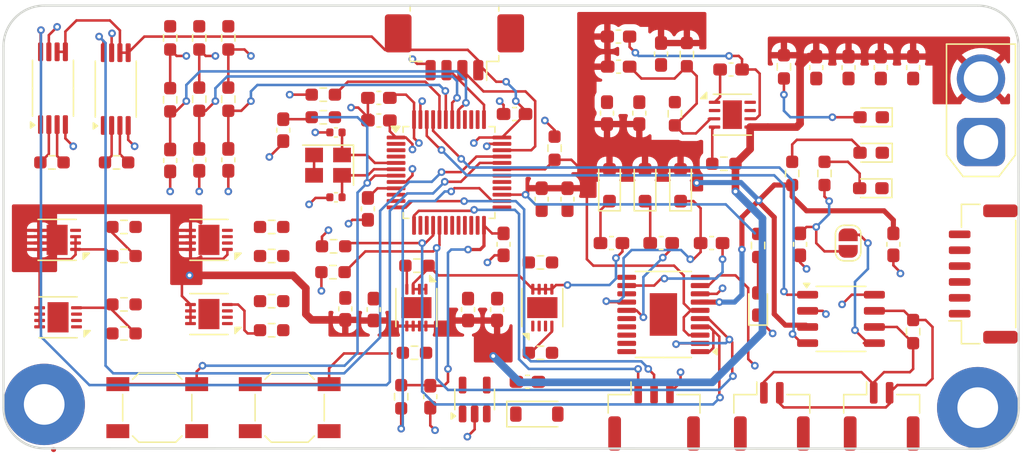
<source format=kicad_pcb>
(kicad_pcb (version 20240108) (generator "pcbnew") (generator_version "8.0")
  (layers (0 "F.Cu" signal) (31 "B.Cu" signal) (34 "B.Paste" user) (35 "F.Paste" user) (36 "B.SilkS" user "B.Silkscreen") (37 "F.SilkS" user "F.Silkscreen") (38 "B.Mask" user) (39 "F.Mask" user) (44 "Edge.Cuts" user))
  (net 0 "")
  (net 1 "+24V")
  (net 2 "GND")
  (net 3 "+3.3V")
  (net 4 "HALL_C")
  (net 5 "Net-(U1-PB7)")
  (net 6 "+5V")
  (net 7 "NRST")
  (net 8 "/M0_OUT1_P")
  (net 9 "Net-(D3-C)")
  (net 10 "Net-(D4-C)")
  (net 11 "/M0_OUT2_P")
  (net 12 "M0_OUT3")
  (net 13 "Net-(D5-C)")
  (net 14 "Net-(RY8411-FB)")
  (net 15 "Net-(RY8411-BS)")
  (net 16 "Net-(RY8411-SW)")
  (net 17 "Net-(D2-A)")
  (net 18 "Net-(D6-+)")
  (net 19 "Net-(D7-+)")
  (net 20 "Net-(D8-+)")
  (net 21 "SYS_JTMS_SWDIO")
  (net 22 "SYS_JTCK_SWCLK")
  (net 23 "M0_OUT2_N")
  (net 24 "HALL_A")
  (net 25 "M0_OUT1_N")
  (net 26 "HALL_B")
  (net 27 "CANH")
  (net 28 "CANL")
  (net 29 "Net-(JP1-B)")
  (net 30 "Net-(Q1-G)")
  (net 31 "Net-(Q2-G)")
  (net 32 "Net-(Q5-G)")
  (net 33 "Net-(Q6-G)")
  (net 34 "Net-(Q9-G)")
  (net 35 "Net-(Q10-G)")
  (net 36 "/M0_GH2")
  (net 37 "/M0_GH1")
  (net 38 "/M0_GL1")
  (net 39 "/M0_GL2")
  (net 40 "/M0_GL3")
  (net 41 "LED_1")
  (net 42 "/M0_GH3")
  (net 43 "Net-(RY8411-EN)")
  (net 44 "M0_IN3")
  (net 45 "M0_IN2")
  (net 46 "M0_IN1")
  (net 47 "Net-(U1-BOOT0)")
  (net 48 "DBG")
  (net 50 "CAN_RX")
  (net 56 "/M0_OUT2_CS")
  (net 60 "USART2_TX")
  (net 61 "CAN_TX")
  (net 64 "USART2_RX")
  (net 73 "/M0_OUT1_CS")
  (net 77 "Net-(U1-PB5)")
  (net 78 "Net-(U1-PB6)")
  (net 79 "Net-(Y2-Pad2)")
  (net 80 "RCC_OSC_IN+")
  (net 81 "RCC_OSC_OUT-")
  (footprint "Resistor_SMD:R_0603_1608Metric_Pad0.98x0.95mm_HandSolder" (layer "F.Cu") (at 68.822 18.9465 90)
    (property "Reference" "R27" (hide yes))
    (property "Value" "249kΩ" (hide yes))
  )
  (footprint "MountingHole:MountingHole_3.2mm_M3_Pad" (layer "F.Cu") (at 18.288 46.482)
    (property "Reference" "H2" (hide yes))
    (property "Value" "MountingHole" (hide yes))
  )
  (footprint "Capacitor_SMD:C_0603_1608Metric_Pad1.08x0.95mm_HandSolder" (layer "F.Cu") (at 84.074 19.9655 -90)
    (property "Reference" "C41" (hide yes))
    (property "Value" "10uF" (hide yes))
  )
  (footprint "Capacitor_SMD:C_0603_1608Metric_Pad1.08x0.95mm_HandSolder" (layer "F.Cu") (at 56.2875 44.704 180)
    (property "Reference" "C6" (hide yes))
    (property "Value" "0.01u" (hide yes))
  )
  (footprint "Capacitor_SMD:C_0603_1608Metric_Pad1.08x0.95mm_HandSolder" (layer "F.Cu") (at 78.994 19.9655 -90)
    (property "Reference" "C39" (hide yes))
    (property "Value" "100nF" (hide yes))
  )
  (footprint "Package_DFN_QFN:DFN-8-1EP_3x3mm_P0.65mm_EP1.5x2.25mm" (layer "F.Cu") (at 72.398 23.674)
    (property "Reference" "RY8411" (hide yes))
    (property "Value" "~" (hide yes))
  )
  (footprint "Package_TO_SOT_SMD:SOT-23-5" (layer "F.Cu") (at 52.136 46.0955 90)
    (property "Reference" "U6" (hide yes))
    (property "Value" "XC6210B332MR" (hide yes))
  )
  (footprint "Connector_JST:JST_GH_SM02B-GHS-TB_1x02-1MP_P1.25mm_Horizontal" (layer "F.Cu") (at 84.139 47.418)
    (property "Reference" "J4" (hide yes))
    (property "Value" "Conn_01x02_MountingPin" (hide yes))
  )
  (footprint "Connector_JST:JST_GH_SM02B-GHS-TB_1x02-1MP_P1.25mm_Horizontal" (layer "F.Cu") (at 75.503 47.418)
    (property "Reference" "J3" (hide yes))
    (property "Value" "Conn_01x02_MountingPin" (hide yes))
  )
  (footprint "Package_DFN_QFN:DFN-8-1EP_3x3mm_P0.5mm_EP1.65x2.38mm" (layer "F.Cu") (at 19.378 39.624 180)
    (property "Reference" "Q10" (hide yes))
    (property "Value" "WSD4070DN" (hide yes))
  )
  (footprint "Button_Switch_SMD:SW_SPST_SKQG_WithoutStem" (layer "F.Cu") (at 37.592 46.736)
    (property "Reference" "SW2" (hide yes))
    (property "Value" "SW_Push" (hide yes))
  )
  (footprint "Capacitor_SMD:C_0603_1608Metric_Pad1.08x0.95mm_HandSolder" (layer "F.Cu") (at 66.802 33.782 180)
    (property "Reference" "C23" (hide yes))
    (property "Value" "100nF" (hide yes))
  )
  (footprint "Package_QFP:LQFP-48_7x7mm_P0.5mm" (layer "F.Cu") (at 50.119 28.222)
    (property "Reference" "U1" (hide yes))
    (property "Value" "STM32F103C8Tx" (hide yes))
  )
  (footprint "Diode_SMD:D_SOD-123" (layer "F.Cu") (at 57.024 47.244)
    (property "Reference" "D1" (hide yes))
    (property "Value" "BZT52B20-G" (hide yes))
  )
  (footprint "Capacitor_SMD:C_0603_1608Metric_Pad1.08x0.95mm_HandSolder" (layer "F.Cu") (at 44.6035 22.352 180)
    (property "Reference" "C15" (hide yes))
    (property "Value" "4.7uF" (hide yes))
  )
  (footprint "Button_Switch_SMD:SW_SPST_SKQG_WithoutStem" (layer "F.Cu") (at 27.178 46.736)
    (property "Reference" "SW1" (hide yes))
    (property "Value" "SW_Push" (hide yes))
  )
  (footprint "Package_DFN_QFN:DFN-8-1EP_3x3mm_P0.5mm_EP1.65x2.38mm" (layer "F.Cu") (at 19.304 33.528 180)
    (property "Reference" "Q9" (hide yes))
    (property "Value" "WSD4070DN" (hide yes))
  )
  (footprint "Capacitor_SMD:C_0402_1005Metric" (layer "F.Cu") (at 41.229 25.07 180)
    (property "Reference" "C21" (hide yes))
    (property "Value" "20p" (hide yes))
  )
  (footprint "Capacitor_SMD:C_0603_1608Metric_Pad1.08x0.95mm_HandSolder" (layer "F.Cu") (at 57.404 30.3265 -90)
    (property "Reference" "C17" (hide yes))
    (property "Value" "100nF" (hide yes))
  )
  (footprint "Package_SO:TSSOP-20-1EP_4.4x6.5mm_P0.65mm_EP2.15x3.35mm" (layer "F.Cu") (at 66.978 39.402 180)
    (property "Reference" "U8" (hide yes))
    (property "Value" "EG2133" (hide yes))
  )
  (footprint "Jumper:SolderJumper-2_P1.3mm_Open_RoundedPad1.0x1.5mm" (layer "F.Cu") (at 81.504 33.782 90)
    (property "Reference" "JP1" (hide yes))
    (property "Value" "SolderJumper_2_Open" (hide yes))
  )
  (footprint "Capacitor_SMD:C_0603_1608Metric_Pad1.08x0.95mm_HandSolder" (layer "F.Cu") (at 85.06 33.8825 90)
    (property "Reference" "C26" (hide yes))
    (property "Value" "100nF" (hide yes))
  )
  (footprint "Capacitor_SMD:C_0603_1608Metric_Pad1.08x0.95mm_HandSolder" (layer "F.Cu") (at 70.7655 33.782 180)
    (property "Reference" "C24" (hide yes))
    (property "Value" "100nF" (hide yes))
  )
  (footprint "Capacitor_SMD:C_0603_1608Metric_Pad1.08x0.95mm_HandSolder" (layer "F.Cu") (at 59.436 30.3265 -90)
    (property "Reference" "C16" (hide yes))
    (property "Value" "1uF" (hide yes))
  )
  (footprint "Resistor_SMD:R_0603_1608Metric_Pad0.98x0.95mm_HandSolder" (layer "F.Cu") (at 58.42 26.3125 -90)
    (property "Reference" "R28" (hide yes))
    (property "Value" "10kΩ" (hide yes))
  )
  (footprint "Resistor_SMD:R_0603_1608Metric_Pad0.98x0.95mm_HandSolder" (layer "F.Cu") (at 76.454 19.9095 -90)
    (property "Reference" "R10" (hide yes))
    (property "Value" "10k" (hide yes))
  )
  (footprint "Capacitor_SMD:C_0603_1608Metric_Pad1.08x0.95mm_HandSolder" (layer "F.Cu") (at 66.79 18.8965 -90)
    (property "Reference" "C36" (hide yes))
    (property "Value" "100nF" (hide yes))
  )
  (footprint "Resistor_SMD:R_0603_1608Metric_Pad0.98x0.95mm_HandSolder" (layer "F.Cu") (at 74.422 33.9695 90)
    (property "Reference" "R19" (hide yes))
    (property "Value" "470Ω" (hide yes))
  )
  (footprint "LED_SMD:LED_0603_1608Metric_Pad1.05x0.95mm_HandSolder" (layer "F.Cu") (at 74.422 38.579 90)
    (property "Reference" "D2" (hide yes))
    (property "Value" "LED" (hide yes))
  )
  (footprint "Diode_SMD:D_SOD-323_HandSoldering" (layer "F.Cu") (at 65.532 29.23 90)
    (property "Reference" "D4" (hide yes))
    (property "Value" "1N5819WS" (hide yes))
  )
  (footprint "Resistor_SMD:R_0603_1608Metric_Pad0.98x0.95mm_HandSolder" (layer "F.Cu") (at 86.614 40.7505 -90)
    (property "Reference" "R18" (hide yes))
    (property "Value" "120Ω" (hide yes))
  )
  (footprint "Resistor_SMD:R_0603_1608Metric_Pad0.98x0.95mm_HandSolder" (layer "F.Cu") (at 40.2355 22.098)
    (property "Reference" "R31" (hide yes))
    (property "Value" "10K" (hide yes))
  )
  (footprint "Capacitor_SMD:C_0603_1608Metric_Pad1.08x0.95mm_HandSolder" (layer "F.Cu") (at 81.534 19.9655 -90)
    (property "Reference" "C42" (hide yes))
    (property "Value" "10uF" (hide yes))
  )
  (footprint "Capacitor_SMD:C_0603_1608Metric_Pad1.08x0.95mm_HandSolder" (layer "F.Cu") (at 30.48 27.2315 -90)
    (property "Reference" "C4" (hide yes))
    (property "Value" "0.01u" (hide yes))
  )
  (footprint "Capacitor_SMD:C_0603_1608Metric_Pad1.08x0.95mm_HandSolder" (layer "F.Cu") (at 44.6035 24.13 180)
    (property "Reference" "C13" (hide yes))
    (property "Value" "4.7uF" (hide yes))
  )
  (footprint "Capacitor_SMD:C_0603_1608Metric_Pad1.08x0.95mm_HandSolder" (layer "F.Cu") (at 53.901 39.0155 90)
    (property "Reference" "C25" (hide yes))
    (property "Value" "10u" (hide yes))
  )
  (footprint "Capacitor_SMD:C_0603_1608Metric_Pad1.08x0.95mm_HandSolder" (layer "F.Cu") (at 54.409 33.8825 -90)
    (property "Reference" "C12" (hide yes))
    (property "Value" "4.7uF" (hide yes))
  )
  (footprint "Package_DFN_QFN:DFN-8-1EP_3x3mm_P0.5mm_EP1.65x2.38mm" (layer "F.Cu") (at 31.242 39.37 180)
    (property "Reference" "Q6" (hide yes))
    (property "Value" "WSD4070DN" (hide yes))
  )
  (footprint "Resistor_SMD:R_0603_1608Metric_Pad0.98x0.95mm_HandSolder" (layer "F.Cu") (at 36.1715 40.64)
    (property "Reference" "R14" (hide yes))
    (property "Value" "2.2Ω" (hide yes))
  )
  (footprint "Resistor_SMD:R_0603_1608Metric_Pad0.98x0.95mm_HandSolder" (layer "F.Cu") (at 30.48 22.4555 -90)
    (property "Reference" "R5" (hide yes))
    (property "Value" "100Ω" (hide yes))
  )
  (footprint "Resistor_SMD:R_0603_1608Metric_Pad0.98x0.95mm_HandSolder" (layer "F.Cu") (at 24.5615 34.798)
    (property "Reference" "R24" (hide yes))
    (property "Value" "10kΩ" (hide yes))
  )
  (footprint "Resistor_SMD:R_0603_1608Metric_Pad0.98x0.95mm_HandSolder" (layer "F.Cu") (at 79.643 28.2975 90)
    (property "Reference" "R34" (hide yes))
    (property "Value" "1kΩ" (hide yes))
  )
  (footprint "Resistor_SMD:R_0603_1608Metric_Pad0.98x0.95mm_HandSolder" (layer "F.Cu") (at 67.876 23.6015 -90)
    (property "Reference" "R26" (hide yes))
    (property "Value" "47kΩ" (hide yes))
  )
  (footprint "LED_SMD:LED_0603_1608Metric_Pad1.05x0.95mm_HandSolder" (layer "F.Cu") (at 83.312 26.67 180)
    (property "Reference" "D7" (hide yes))
    (property "Value" "LED" (hide yes))
  )
  (footprint "Capacitor_SMD:C_0402_1005Metric" (layer "F.Cu") (at 41.229 30.178 180)
    (property "Reference" "C28" (hide yes))
    (property "Value" "20p" (hide yes))
  )
  (footprint "Inductor_SMD:L_0603_1608Metric_Pad1.05x0.95mm_HandSolder" (layer "F.Cu") (at 63.445 17.526)
    (property "Reference" "L2" (hide yes))
    (property "Value" "15uH" (hide yes))
  )
  (footprint "Package_SO:TSSOP-8_4.4x3mm_P0.65mm" (layer "F.Cu") (at 18.979 21.59 90)
    (property "Reference" "U2" (hide yes))
    (property "Value" "INA240A2PWR" (hide yes))
  )
  (footprint "Capacitor_SMD:C_0603_1608Metric_Pad1.08x0.95mm_HandSolder" (layer "F.Cu") (at 63.4575 19.895)
    (property "Reference" "C37" (hide yes))
    (property "Value" "30pF" (hide yes))
  )
  (footprint "Capacitor_SMD:C_0603_1608Metric_Pad1.08x0.95mm_HandSolder" (layer "F.Cu") (at 51.615 39.0155 90)
    (property "Reference" "C27" (hide yes))
    (property "Value" "10u" (hide yes))
  )
  (footprint "Resistor_SMD:R_0603_1608Metric_Pad0.98x0.95mm_HandSolder" (layer "F.Cu") (at 41.0445 34.036)
    (property "Reference" "R30" (hide yes))
    (property "Value" "10kΩ" (hide yes))
  )
  (footprint "Resistor_SMD:R_0603_1608Metric_Pad0.98x0.95mm_HandSolder" (layer "F.Cu") (at 30.48 17.6295 90)
    (property "Reference" "R4" (hide yes))
    (property "Value" "4.7kΩ" (hide yes))
  )
  (footprint "Capacitor_SMD:C_0603_1608Metric_Pad1.08x0.95mm_HandSolder" (layer "F.Cu") (at 65.082 23.5515 90)
    (property "Reference" "C35" (hide yes))
    (property "Value" "10uF" (hide yes))
  )
  (footprint "Resistor_SMD:R_0603_1608Metric_Pad0.98x0.95mm_HandSolder" (layer "F.Cu") (at 24.5615 40.894)
    (property "Reference" "R23" (hide yes))
    (property "Value" "10kΩ" (hide yes))
  )
  (footprint "Resistor_SMD:R_0603_1608Metric_Pad0.98x0.95mm_HandSolder" (layer "F.Cu") (at 40.9975 36.068)
    (property "Reference" "R29" (hide yes))
    (property "Value" "10kΩ" (hide yes))
  )
  (footprint "Connector_JST:JST_GH_SM06B-GHS-TB_1x06-1MP_P1.25mm_Horizontal" (layer "F.Cu") (at 92.122 36.217 90)
    (property "Reference" "J2" (hide yes))
    (property "Value" "Conn_01x06" (hide yes))
  )
  (footprint "Capacitor_SMD:C_0603_1608Metric_Pad1.08x0.95mm_HandSolder" (layer "F.Cu") (at 37.084 24.892 -90)
    (property "Reference" "C8" (hide yes))
    (property "Value" "100nF" (hide yes))
  )
  (footprint "LED_SMD:LED_0603_1608Metric_Pad1.05x0.95mm_HandSolder" (layer "F.Cu") (at 83.284 29.464 180)
    (property "Reference" "D8" (hide yes))
    (property "Value" "LED" (hide yes))
  )
  (footprint "Capacitor_SMD:C_0603_1608Metric_Pad1.08x0.95mm_HandSolder" (layer "F.Cu") (at 62.8915 33.782 180)
    (property "Reference" "C22" (hide yes))
    (property "Value" "100nF" (hide yes))
  )
  (footprint "Diode_SMD:D_SOD-323_HandSoldering" (layer "F.Cu") (at 62.738 29.23 90)
    (property "Reference" "D3" (hide yes))
    (property "Value" "1N5819WS" (hide yes))
  )
  (footprint "Connector_Molex:Molex_PicoBlade_53261-0471_1x04-1MP_P1.25mm_Horizontal" (layer "F.Cu") (at 50.546 17.772 180)
    (property "Reference" "J1" (hide yes))
    (property "Value" "Conn_01x04_Pin" (hide yes))
  )
  (footprint "Resistor_SMD:R_0603_1608Metric_Pad0.98x0.95mm_HandSolder" (layer "F.Cu") (at 28.194 17.6295 90)
    (property "Reference" "R2" (hide yes))
    (property "Value" "4.7kΩ" (hide yes))
  )
  (footprint "Resistor_SMD:R_0603_1608Metric_Pad0.98x0.95mm_HandSolder" (layer "F.Cu") (at 32.766 22.4555 -90)
    (property "Reference" "R9" (hide yes))
    (property "Value" "100Ω" (hide yes))
  )
  (footprint "Resistor_SMD:R_0603_1608Metric_Pad0.98x0.95mm_HandSolder" (layer "F.Cu") (at 57.3065 35.306)
    (property "Reference" "R17" (hide yes))
    (property "Value" "10kΩ" (hide yes))
  )
  (footprint "Capacitor_SMD:C_0603_1608Metric_Pad1.08x0.95mm_HandSolder" (layer "F.Cu") (at 43.741 31.0885 -90)
    (property "Reference" "C10" (hide yes))
    (property "Value" "4.7uF" (hide yes))
  )
  (footprint "Connector_JST:JST_GH_SM03B-GHS-TB_1x03-1MP_P1.25mm_Horizontal" (layer "F.Cu") (at 66.242 47.418)
    (property "Reference" "USART1" (hide yes))
    (property "Value" "Conn_01x03" (hide yes))
  )
  (footprint "Resistor_SMD:R_0603_1608Metric_Pad0.98x0.95mm_HandSolder" (layer "F.Cu") (at 36.1715 34.798)
    (property "Reference" "R11" (hide yes))
    (property "Value" "2.2Ω" (hide yes))
  )
  (footprint "Resistor_SMD:R_0603_1608Metric_Pad0.98x0.95mm_HandSolder" (layer "F.Cu") (at 28.194 22.5025 -90)
    (property "Reference" "R3" (hide yes))
    (property "Value" "100Ω" (hide yes))
  )
  (footprint "Resistor_SMD:R_0603_1608Metric_Pad0.98x0.95mm_HandSolder" (layer "F.Cu") (at 47.6015 35.56 180)
    (property "Reference" "R16" (hide yes))
    (property "Value" "10kΩ" (hide yes))
  )
  (footprint "Capacitor_SMD:C_0603_1608Metric_Pad1.08x0.95mm_HandSolder" (layer "F.Cu") (at 48.646 45.8735 90)
    (property "Reference" "C2" (hide yes))
    (property "Value" "1u" (hide yes))
  )
  (footprint "Crystal:Crystal_SMD_SeikoEpson_TSX3225-4Pin_3.2x2.5mm" (layer "F.Cu") (at 40.609 27.648 180)
    (property "Reference" "Y2" (hide yes))
    (property "Value" "16MHz" (hide yes))
  )
  (footprint "Package_DFN_QFN:DFN-8-1EP_3x3mm_P0.5mm_EP1.65x2.38mm" (layer "F.Cu") (at 47.551 38.862 -90)
    (property "Reference" "Q1" (hide yes))
    (property "Value" "WSD4070DN" (hide yes))
  )
  (footprint "Resistor_SMD:R_0603_1608Metric_Pad0.98x0.95mm_HandSolder" (layer "F.Cu") (at 23.9795 27.432 180)
    (property "Reference" "R8" (hide yes))
    (property "Value" "0.01Ω" (hide yes))
  )
  (footprint "Package_DFN_QFN:DFN-8-1EP_3x3mm_P0.5mm_EP1.65x2.38mm" (layer "F.Cu") (at 57.457 38.862 90)
    (property "Reference" "Q2" (hide yes))
    (property "Value" "WSD4070DN" (hide yes))
  )
  (footprint "Resistor_SMD:R_0603_1608Metric_Pad0.98x0.95mm_HandSolder" (layer "F.Cu") (at 24.5615 38.608)
    (property "Reference" "R15" (hide yes))
    (property "Value" "2.2Ω")
  )
  (footprint "Package_DFN_QFN:DFN-8-1EP_3x3mm_P0.5mm_EP1.65x2.38mm" (layer "F.Cu") (at 31.242 33.528 180)
    (property "Reference" "Q5" (hide yes))
    (property "Value" "WSD4070DN" (hide yes))
  )
  (footprint "Diode_SMD:D_SOD-323_HandSoldering" (layer "F.Cu") (at 68.326 29.23 90)
    (property "Reference" "D5" (hide yes))
    (property "Value" "1N5819WS" (hide yes))
  )
  (footprint "Resistor_SMD:R_0603_1608Metric_Pad0.98x0.95mm_HandSolder" (layer "F.Cu") (at 46.36 45.8765 90)
    (property "Reference" "R35" (hide yes))
    (property "Value" "10K" (hide yes))
  )
  (footprint "Resistor_SMD:R_0603_1608Metric_Pad0.98x0.95mm_HandSolder" (layer "F.Cu") (at 32.766 17.6295 90)
    (property "Reference" "R6" (hide yes))
    (property "Value" "4.7kΩ" (hide yes))
  )
  (footprint "Resistor_SMD:R_0603_1608Metric_Pad0.98x0.95mm_HandSolder" (layer "F.Cu") (at 24.5615 32.512)
    (property "Reference" "R20" (hide yes))
    (property "Value" "2.2Ω" (hide yes))
  )
  (footprint "Capacitor_SMD:C_0603_1608Metric_Pad1.08x0.95mm_HandSolder" (layer "F.Cu") (at 77.724 33.8825 -90)
    (property "Reference" "C14" (hide yes))
    (property "Value" "100nF" (hide yes))
  )
  (footprint "LED_SMD:LED_0603_1608Metric_Pad1.05x0.95mm_HandSolder" (layer "F.Cu") (at 83.312 23.876 180)
    (property "Reference" "D6" (hide yes))
    (property "Value" "LED" (hide yes))
  )
  (footprint "Capacitor_SMD:C_0603_1608Metric_Pad1.08x0.95mm_HandSolder" (layer "F.Cu") (at 55.2715 23.622 180)
    (property "Reference" "C11" (hide yes))
    (property "Value" "4.7uF" (hide yes))
  )
  (footprint "MountingHole:MountingHole_3.2mm_M3_Pad" (layer "F.Cu") (at 91.694 46.736)
    (property "Reference" "H1" (hide yes))
    (property "Value" "MountingHole" (hide yes))
  )
  (footprint "Connector_AMASS:AMASS_XT30U-M_1x02_P5.0mm_Vertical" (layer "F.Cu") (at 91.948 25.828 90)
    (property "Reference" "J5" (hide yes))
    (property "Value" "Conn_01x02_Pin" (hide yes))
  )
  (footprint "Capacitor_SMD:C_0603_1608Metric_Pad1.08x0.95mm_HandSolder" (layer "F.Cu") (at 86.614 19.9655 -90)
    (property "Reference" "C40" (hide yes))
    (property "Value" "100uF" (hide yes))
  )
  (footprint "Capacitor_SMD:C_0603_1608Metric_Pad1.08x0.95mm_HandSolder" (layer "F.Cu") (at 72.2975 20.118 180)
    (property "Reference" "C38" (hide yes))
    (property "Value" "100nF" (hide yes))
  )
  (footprint "Capacitor_SMD:C_0603_1608Metric_Pad1.08x0.95mm_HandSolder" (layer "F.Cu") (at 28.194 27.2785 90)
    (property "Reference" "C3" (hide yes))
    (property "Value" "0.01u" (hide yes))
  )
  (footprint "Resistor_SMD:R_0603_1608Metric_Pad0.98x0.95mm_HandSolder" (layer "F.Cu") (at 77.103 28.2975 90)
    (property "Reference" "R33" (hide yes))
    (property "Value" "1kΩ" (hide yes))
  )
  (footprint "Resistor_SMD:R_0603_1608Metric_Pad0.98x0.95mm_HandSolder" (layer "F.Cu") (at 47.4005 42.418)
    (property "Reference" "R12" (hide yes))
    (property "Value" "2.2Ω" (hide yes))
  )
  (footprint "Resistor_SMD:R_0603_1608Metric_Pad0.98x0.95mm_HandSolder" (layer "F.Cu") (at 71.7315 27.536)
    (property "Reference" "R25" (hide yes))
    (property "Value" "100kΩ" (hide yes))
  )
  (footprint "Resistor_SMD:R_0603_1608Metric_Pad0.98x0.95mm_HandSolder" (layer "F.Cu") (at 40.2355 23.876)
    (property "Reference" "R32" (hide yes))
    (property "Value" "10K" (hide yes))
  )
  (footprint "Package_SO:TSSOP-8_4.4x3mm_P0.65mm" (layer "F.Cu") (at 23.917 21.6585 90)
    (property "Reference" "U3" (hide yes))
    (property "Value" "INA240A2PWR" (hide yes))
  )
  (footprint "Resistor_SMD:R_0603_1608Metric_Pad0.98x0.95mm_HandSolder" (layer "F.Cu") (at 36.1715 38.354)
    (property "Reference" "R21" (hide yes))
    (property "Value" "10kΩ" (hide yes))
  )
  (footprint "Capacitor_SMD:C_0603_1608Metric_Pad1.08x0.95mm_HandSolder" (layer "F.Cu") (at 41.963 38.9625 90)
    (property "Reference" "C20" (hide yes))
    (property "Value" "10u" (hide yes))
  )
  (footprint "Capacitor_SMD:C_0603_1608Metric_Pad1.08x0.95mm_HandSolder" (layer "F.Cu") (at 32.766 27.2315 -90)
    (property "Reference" "C5" (hide yes))
    (property "Value" "0.01u" (hide yes))
  )
  (footprint "Package_SO:SOP-8_3.9x4.9mm_P1.27mm" (layer "F.Cu") (at 80.941 39.751)
    (property "Reference" "U5" (hide yes))
    (property "Value" "SIT1042T" (hide yes))
  )
  (footprint "Resistor_SMD:R_0603_1608Metric_Pad0.98x0.95mm_HandSolder" (layer "F.Cu") (at 57.3065 42.418)
    (property "Reference" "R13" (hide yes))
    (property "Value" "2.2Ω" (hide yes))
  )
  (footprint "Capacitor_SMD:C_0603_1608Metric_Pad1.08x0.95mm_HandSolder" (layer "F.Cu") (at 44.196 39.0155 90)
    (property "Reference" "C18" (hide yes))
    (property "Value" "10u" (hide yes))
  )
  (footprint "Resistor_SMD:R_0603_1608Metric_Pad0.98x0.95mm_HandSolder" (layer "F.Cu") (at 36.1715 32.512)
    (property "Reference" "R22" (hide yes))
    (property "Value" "10kΩ" (hide yes))
  )
  (footprint "Resistor_SMD:R_0603_1608Metric_Pad0.98x0.95mm_HandSolder" (layer "F.Cu") (at 18.8995 27.432 180)
    (property "Reference" "R7" (hide yes))
    (property "Value" "0.01Ω" (hide yes))
  )
  (footprint "Capacitor_SMD:C_0603_1608Metric_Pad1.08x0.95mm_HandSolder" (layer "F.Cu") (at 62.542 23.5515 -90)
    (property "Reference" "C34" (hide yes))
    (property "Value" "10uF" (hide yes))
  )
  (gr_arc (start 19.025847 50.037773) (mid 19.025847 50.037773) (end 19.025847 50.037773) (stroke (width 0.2)) (layer "F.Cu") (net 2))
  (gr_line (start 15.088001 18.288001) (end 15.088 46.736) (stroke (width 0.1778)) (layer "Edge.Cuts"))
  (gr_line (start 18.288 49.936) (end 91.717258 49.959258) (stroke (width 0.1778)) (layer "Edge.Cuts"))
  (gr_arc (start 18.288 49.936) (mid 16.025258 48.998742) (end 15.088 46.736) (stroke (width 0.1778)) (layer "Edge.Cuts"))
  (gr_line (start 94.893999 18.288001) (end 94.917258 46.759258) (stroke (width 0.1778)) (layer "Edge.Cuts"))
  (gr_arc (start 94.917258 46.759258) (mid 93.98 49.022) (end 91.717258 49.959258) (stroke (width 0.1778)) (layer "Edge.Cuts"))
  (gr_arc (start 15.088001 18.288001) (mid 16.025258 16.025258) (end 18.288001 15.088001) (stroke (width 0.1778)) (layer "Edge.Cuts"))
  (gr_arc (start 91.693999 15.088001) (mid 93.956741 16.025259) (end 94.893999 18.288001) (stroke (width 0.1778)) (layer "Edge.Cuts"))
  (gr_line (start 18.288001 15.088001) (end 91.693999 15.088001) (stroke (width 0.1778)) (layer "Edge.Cuts"))
  (segment (start 78.994 19.103) (end 78.433 19.103) (width 0.6) (layer "F.Cu") (net 1))
  (segment (start 37.846 36.322) (end 29.718 36.322) (width 0.6) (layer "F.Cu") (net 1))
  (segment (start 72.644 27.536) (end 72.644 29.718) (width 0.6) (layer "F.Cu") (net 1))
  (segment (start 38.862 37.338) (end 37.846 36.322) (width 0.6) (layer "F.Cu") (net 1))
  (segment (start 75.184 24.649) (end 73.798 24.649) (width 0.6) (layer "F.Cu") (net 1))
  (segment (start 38.862 39.37) (end 38.862 37.338) (width 0.6) (layer "F.Cu") (net 1))
  (segment (start 41.963 39.825) (end 39.317 39.825) (width 0.6) (layer "F.Cu") (net 1))
  (segment (start 78.433 19.103) (end 77.724 19.812) (width 0.6) (layer "F.Cu") (net 1))
  (segment (start 77.459 24.649) (end 75.184 24.649) (width 0.6) (layer "F.Cu") (net 1))
  (segment (start 73.798 26.382) (end 72.644 27.536) (width 0.6) (layer "F.Cu") (net 1))
  (segment (start 73.798 24.649) (end 73.798 26.382) (width 0.6) (layer "F.Cu") (net 1))
  (segment (start 39.317 39.825) (end 38.862 39.37) (width 0.6) (layer "F.Cu") (net 1))
  (segment (start 77.724 24.384) (end 77.459 24.649) (width 0.6) (layer "F.Cu") (net 1))
  (segment (start 77.724 19.812) (end 77.724 24.384) (width 0.6) (layer "F.Cu") (net 1))
  (via (at 53.594 42.672) (size 0.6) (drill 0.3) (layers "F.Cu" "B.Cu") (net 1))
  (via (at 29.718 36.322) (size 0.6) (drill 0.3) (layers "F.Cu" "B.Cu") (net 1))
  (via (at 72.644 29.718) (size 0.6) (drill 0.3) (layers "F.Cu" "B.Cu") (net 1))
  (segment (start 70.828 44.742) (end 55.664 44.742) (width 0.6) (layer "B.Cu") (net 1))
  (segment (start 74.768 40.802) (end 70.828 44.742) (width 0.6) (layer "B.Cu") (net 1))
  (segment (start 72.644 29.718) (end 74.768 31.842) (width 0.6) (layer "B.Cu") (net 1))
  (segment (start 74.768 31.842) (end 74.768 40.802) (width 0.6) (layer "B.Cu") (net 1))
  (segment (start 55.664 44.742) (end 53.594 42.672) (width 0.6) (layer "B.Cu") (net 1))
  (segment (start 28.194 29.718) (end 28.194 28.141) (width 0.2) (layer "F.Cu") (net 2))
  (segment (start 85.06 34.745) (end 85.06 35.53) (width 0.2) (layer "F.Cu") (net 2))
  (segment (start 37.084 25.7545) (end 36.7295 25.7545) (width 0.2) (layer "F.Cu") (net 2))
  (segment (start 58.42 25.4) (end 58.42 24.892) (width 0.2) (layer "F.Cu") (net 2))
  (segment (start 24.892 24.521) (end 24.892 25.654) (width 0.2) (layer "F.Cu") (net 2))
  (segment (start 40.132 34.036) (end 40.132 33.274) (width 0.2) (layer "F.Cu") (net 2))
  (segment (start 43.942 23.675) (end 43.741 23.876) (width 0.2) (layer "F.Cu") (net 2))
  (segment (start 54.409 22.913) (end 54.102 22.606) (width 0.2) (layer "F.Cu") (net 2))
  (segment (start 47.612 19.672) (end 48.671 19.672) (width 0.2) (layer "F.Cu") (net 2))
  (segment (start 77.724 34.745) (end 77.724 35.306) (width 0.2) (layer "F.Cu") (net 2))
  (segment (start 68.326 43.942) (end 68.326 44.734) (width 0.2) (layer "F.Cu") (net 2))
  (segment (start 23.592 18.796) (end 23.592 17.302) (width 0.2) (layer "F.Cu") (net 2))
  (segment (start 74.422 39.748) (end 74.422 39.454) (width 0.2) (layer "F.Cu") (net 2))
  (segment (start 39.624 30.226) (end 39.116 30.734) (width 0.2) (layer "F.Cu") (net 2))
  (segment (start 48.006 22.606) (end 47.869 22.743) (width 0.2) (layer "F.Cu") (net 2))
  (segment (start 71.189 37.777) (end 71.628 37.338) (width 0.2) (layer "F.Cu") (net 2))
  (segment (start 19.954 25.542) (end 20.574 26.162) (width 0.2) (layer "F.Cu") (net 2))
  (segment (start 51.562 49.022) (end 52.136 48.448) (width 0.2) (layer "F.Cu") (net 2))
  (segment (start 85.06 35.53) (end 85.598 36.068) (width 0.2) (layer "F.Cu") (net 2))
  (segment (start 47.244 28.45441) (end 46.72641 28.972) (width 0.2) (layer "F.Cu") (net 2))
  (segment (start 39.601 25.07) (end 40.749 25.07) (width 0.2) (layer "F.Cu") (net 2))
  (segment (start 69.8655 37.777) (end 71.189 37.777) (width 0.2) (layer "F.Cu") (net 2))
  (segment (start 42.979 23.114) (end 43.741 23.876) (width 0.2) (layer "F.Cu") (net 2))
  (segment (start 32.766 29.718) (end 32.766 28.094) (width 0.2) (layer "F.Cu") (net 2))
  (segment (start 83.566 37.846) (end 81.788 37.846) (width 0.2) (layer "F.Cu") (net 2))
  (segment (start 18.654 17.414) (end 19.304 16.764) (width 0.2) (layer "F.Cu") (net 2))
  (segment (start 75.568 40.894) (end 74.422 39.748) (width 0.2) (layer "F.Cu") (net 2))
  (segment (start 47.244 19.304) (end 47.612 19.672) (width 0.2) (layer "F.Cu") (net 2))
  (segment (start 37.16075 25.83125) (end 35.99125 27.00075) (width 0.2) (layer "F.Cu") (net 2))
  (segment (start 47.869 24.0595) (end 47.869 22.743) (width 0.2) (layer "F.Cu") (net 2))
  (segment (start 48.646 48.138) (end 49.022 48.514) (width 0.2) (layer "F.Cu") (net 2))
  (segment (start 79.502 39.116) (end 79.756 39.37) (width 0.2) (layer "F.Cu") (net 2))
  (segment (start 30.48 29.718) (end 30.48 28.094) (width 0.2) (layer "F.Cu") (net 2))
  (segment (start 52.136 48.448) (end 52.136 47.233) (width 0.2) (layer "F.Cu") (net 2))
  (segment (start 40.085 36.068) (end 40.085 37.545) (width 0.2) (layer "F.Cu") (net 2))
  (segment (start 53.7 34.745) (end 53.139 35.306) (width 0.2) (layer "F.Cu") (net 2))
  (segment (start 40.132 33.274) (end 40.64 32.766) (width 0.2) (layer "F.Cu") (net 2))
  (segment (start 77.724 35.306) (end 78.232 35.814) (width 0.2) (layer "F.Cu") (net 2))
  (segment (start 42.524 31.951) (end 42.217 32.258) (width 0.2) (layer "F.Cu") (net 2))
  (segment (start 23.592 17.302) (end 23.622 17.272) (width 0.2) (layer "F.Cu") (net 2))
  (segment (start 24.892 25.654) (end 25.4 26.162) (width 0.2) (layer "F.Cu") (net 2))
  (segment (start 46.72641 28.972) (end 45.9565 28.972) (width 0.2) (layer "F.Cu") (net 2))
  (segment (start 78.316 39.116) (end 79.502 39.116) (width 0.2) (layer "F.Cu") (net 2))
  (segment (start 40.741 30.178) (end 40.693 30.226) (width 0.2) (layer "F.Cu") (net 2))
  (segment (start 68.326 44.734) (end 67.492 45.568) (width 0.2) (layer "F.Cu") (net 2))
  (segment (start 19.954 24.4525) (end 19.954 25.542) (width 0.2) (layer "F.Cu") (net 2))
  (segment (start 43.741 22.098) (end 43.741 23.876) (width 0.2) (layer "F.Cu") (net 2))
  (segment (start 48.646 46.736) (end 48.646 48.138) (width 0.2) (layer "F.Cu") (net 2))
  (segment (start 53.086 26.162) (end 53.276 25.972) (width 0.2) (layer "F.Cu") (net 2))
  (segment (start 54.409 23.622) (end 54.409 22.913) (width 0.2) (layer "F.Cu") (net 2))
  (segment (start 39.323 22.098) (end 37.592 22.098) (width 0.2) (layer "F.Cu") (net 2))
  (segment (start 42.418 23.114) (end 42.979 23.114) (width 0.2) (layer "F.Cu") (net 2))
  (segment (start 18.654 18.7275) (end 18.654 17.414) (width 0.2) (layer "F.Cu") (net 2))
  (segment (start 58.42 24.892) (end 57.658 24.13) (width 0.2) (layer "F.Cu") (net 2))
  (segment (start 47.244 27.94) (end 47.244 28.45441) (width 0.2) (layer "F.Cu") (net 2))
  (segment (start 81.788 37.846) (end 81.026 38.608) (width 0.2) (layer "F.Cu") (net 2))
  (segment (start 40.693 30.226) (end 39.624 30.226) (width 0.2) (layer "F.Cu") (net 2))
  (segment (start 53.276 25.972) (end 54.2815 25.972) (width 0.2) (layer "F.Cu") (net 2))
  (segment (start 43.741 31.951) (end 42.524 31.951) (width 0.2) (layer "F.Cu") (net 2))
  (segment (start 54.409 34.745) (end 53.7 34.745) (width 0.2) (layer "F.Cu") (net 2))
  (segment (start 40.749 30.178) (end 40.741 30.178) (width 0.2) (layer "F.Cu") (net 2))
  (via (at 39.116 30.734) (size 0.6) (drill 0.3) (layers "F.Cu" "B.Cu") (net 2))
  (via (at 78.232 35.814) (size 0.6) (drill 0.3) (layers "F.Cu" "B.Cu") (net 2))
  (via (at 40.64 32.766) (size 0.6) (drill 0.3) (layers "F.Cu" "B.Cu") (net 2))
  (via (at 54.102 22.606) (size 0.6) (drill 0.3) (layers "F.Cu" "B.Cu") (net 2))
  (via (at 35.99125 27.00075) (size 0.6) (drill 0.3) (layers "F.Cu" "B.Cu") (net 2))
  (via (at 47.244 27.94) (size 0.6) (drill 0.3) (layers "F.Cu" "B.Cu") (net 2))
  (via (at 28.194 29.718) (size 0.6) (drill 0.3) (layers "F.Cu" "B.Cu") (net 2))
  (via (at 75.568 40.894) (size 0.6) (drill 0.3) (layers "F.Cu" "B.Cu") (net 2))
  (via (at 57.658 24.13) (size 0.6) (drill 0.3) (layers "F.Cu" "B.Cu") (net 2))
  (via (at 42.217 32.258) (size 0.6) (drill 0.3) (layers "F.Cu" "B.Cu") (net 2))
  (via (at 23.622 17.272) (size 0.6) (drill 0.3) (layers "F.Cu" "B.Cu") (net 2))
  (via (at 48.006 22.606) (size 0.6) (drill 0.3) (layers "F.Cu" "B.Cu") (net 2))
  (via (at 42.418 23.114) (size 0.6) (drill 0.3) (layers "F.Cu" "B.Cu") (net 2))
  (via (at 51.562 49.022) (size 0.6) (drill 0.3) (layers "F.Cu" "B.Cu") (net 2))
  (via (at 20.574 26.162) (size 0.6) (drill 0.3) (layers "F.Cu" "B.Cu") (net 2))
  (via (at 32.766 29.718) (size 0.6) (drill 0.3) (layers "F.Cu" "B.Cu") (net 2))
  (via (at 68.326 43.942) (size 0.6) (drill 0.3) (layers "F.Cu" "B.Cu") (net 2))
  (via (at 81.026 38.608) (size 0.6) (drill 0.3) (layers "F.Cu" "B.Cu") (net 2))
  (via (at 53.086 26.162) (size 0.6) (drill 0.3) (layers "F.Cu" "B.Cu") (net 2))
  (via (at 79.756 39.37) (size 0.6) (drill 0.3) (layers "F.Cu" "B.Cu") (net 2))
  (via (at 49.022 48.514) (size 0.6) (drill 0.3) (layers "F.Cu" "B.Cu") (net 2))
  (via (at 85.613552 36.174584) (size 0.6) (drill 0.3) (layers "F.Cu" "B.Cu") (net 2))
  (via (at 37.592 22.098) (size 0.6) (drill 0.3) (layers "F.Cu" "B.Cu") (net 2))
  (via (at 30.48 29.718) (size 0.6) (drill 0.3) (layers "F.Cu" "B.Cu") (net 2))
  (via (at 47.244 19.304) (size 0.6) (drill 0.3) (layers "F.Cu" "B.Cu") (net 2))
  (via (at 39.601 25.07) (size 0.6) (drill 0.3) (layers "F.Cu" "B.Cu") (net 2))
  (via (at 40.085 37.545) (size 0.6) (drill 0.3) (layers "F.Cu" "B.Cu") (net 2))
  (via (at 19.304 16.764) (size 0.6) (drill 0.3) (layers "F.Cu" "B.Cu") (net 2))
  (via (at 53.139 35.306) (size 0.6) (drill 0.3) (layers "F.Cu" "B.Cu") (net 2))
  (via (at 25.4 26.162) (size 0.6) (drill 0.3) (layers "F.Cu" "B.Cu") (net 2))
  (via (at 37.592 22.098) (size 0.6) (drill 0.3) (layers "F.Cu" "B.Cu") (net 2))
  (via (at 71.628 37.338) (size 0.6) (drill 0.3) (layers "F.Cu" "B.Cu") (net 2))
  (segment (start 52.869 33.999) (end 52.869 32.3845) (width 0.254) (layer "F.Cu") (net 3))
  (segment (start 44.495 29.472) (end 45.9565 29.472) (width 0.2) (layer "F.Cu") (net 3))
  (segment (start 78.232 32.512) (end 77.724 33.02) (width 0.2) (layer "F.Cu") (net 3))
  (segment (start 51.592 18.572) (end 52.421 19.401) (width 0.2) (layer "F.Cu") (net 3))
  (segment (start 50.038 44.704) (end 49.731 45.011) (width 0.2) (layer "F.Cu") (net 3))
  (segment (start 19.954 17.13) (end 20.828 16.256) (width 0.2) (layer "F.Cu") (net 3))
  (segment (start 56.134 23.368) (end 56.134 23.622) (width 0.2) (layer "F.Cu") (net 3))
  (segment (start 56.1315 23.622) (end 56.134 23.622) (width 0.2) (layer "F.Cu") (net 3))
  (segment (start 79.643 29.21) (end 79.643 30.113) (width 0.2) (layer "F.Cu") (net 3))
  (segment (start 52.421 19.401) (end 52.421 19.672) (width 0.2) (layer "F.Cu") (net 3))
  (segment (start 78.994 32.512) (end 78.232 32.512) (width 0.2) (layer "F.Cu") (net 3))
  (segment (start 47.244 25.98959) (end 46.72641 25.472) (width 0.2) (layer "F.Cu") (net 3))
  (segment (start 49.731 45.011) (end 48.646 45.011) (width 0.2) (layer "F.Cu") (net 3))
  (segment (start 44.040256 17.526) (end 45.086256 18.572) (width 0.2) (layer "F.Cu") (net 3))
  (segment (start 55.372 22.606) (end 56.134 23.368) (width 0.2) (layer "F.Cu") (net 3))
  (segment (start 81.504 34.432) (end 79.644 34.432) (width 0.2) (layer "F.Cu") (net 3))
  (segment (start 23.454529 16.256) (end 24.242 17.043471) (width 0.2) (layer "F.Cu") (net 3))
  (segment (start 19.954 18.7275) (end 19.954 17.13) (width 0.2) (layer "F.Cu") (net 3))
  (segment (start 52.506 25.472) (end 54.2815 25.472) (width 0.2) (layer "F.Cu") (net 3))
  (segment (start 79.643 30.113) (end 80.01 30.48) (width 0.2) (layer "F.Cu") (net 3))
  (segment (start 52.07 25.908) (end 52.506 25.472) (width 0.2) (layer "F.Cu") (net 3))
  (segment (start 24.892 18.796) (end 24.242 18.796) (width 0.2) (layer "F.Cu") (net 3))
  (segment (start 52.421 19.672) (end 53.831 21.082) (width 0.2) (layer "F.Cu") (net 3))
  (segment (start 26.162 17.526) (end 44.040256 17.526) (width 0.2) (layer "F.Cu") (net 3))
  (segment (start 46.36 44.964) (end 48.599 44.964) (width 0.2) (layer "F.Cu") (net 3))
  (segment (start 45.466 24.9815) (end 45.9565 25.472) (width 0.2) (layer "F.Cu") (net 3))
  (segment (start 54.2815 25.472) (end 54.792 25.472) (width 0.2) (layer "F.Cu") (net 3))
  (segment (start 20.828 16.256) (end 23.454529 16.256) (width 0.2) (layer "F.Cu") (net 3))
  (segment (start 51.615 34.29) (end 52.578 34.29) (width 0.254) (layer "F.Cu") (net 3))
  (segment (start 45.667 22.098) (end 46.736 22.098) (width 0.2) (layer "F.Cu") (net 3))
  (segment (start 45.086256 18.572) (end 51.592 18.572) (width 0.2) (layer "F.Cu") (net 3))
  (segment (start 54.2815 25.472) (end 56.1315 23.622) (width 0.2) (layer "F.Cu") (net 3))
  (segment (start 19.304 18.7275) (end 19.954 18.7275) (width 0.2) (layer "F.Cu") (net 3))
  (segment (start 43.741 30.226) (end 44.495 29.472) (width 0.2) (layer "F.Cu") (net 3))
  (segment (start 48.599 44.964) (end 48.646 45.011) (width 0.2) (layer "F.Cu") (net 3))
  (segment (start 53.5045 33.02) (end 52.869 32.3845) (width 0.2) (layer "F.Cu") (net 3))
  (segment (start 46.736 22.098) (end 47.369 22.731) (width 0.2) (layer "F.Cu") (net 3))
  (segment (start 79.644 34.432) (end 78.994 33.782) (width 0.2) (layer "F.Cu") (net 3))
  (segment (start 54.409 33.02) (end 53.5045 33.02) (width 0.2) (layer "F.Cu") (net 3))
  (segment (start 53.831 21.082) (end 54.61 21.082) (width 0.2) (layer "F.Cu") (net 3))
  (segment (start 52.578 34.29) (end 52.869 33.999) (width 0.254) (layer "F.Cu") (net 3))
  (segment (start 47.369 22.731) (end 47.369 24.0595) (width 0.2) (layer "F.Cu") (net 3))
  (segment (start 47.244 26.416) (end 47.244 25.98959) (width 0.2) (layer "F.Cu") (net 3))
  (segment (start 46.72641 25.472) (end 45.9565 25.472) (width 0.2) (layer "F.Cu") (net 3))
  (segment (start 24.892 18.796) (end 26.162 17.526) (width 0.2) (layer "F.Cu") (net 3))
  (segment (start 47.369 25.525) (end 47.369 24.0595) (width 0.2) (layer "F.Cu") (net 3))
  (segment (start 47.752 25.908) (end 47.369 25.525) (width 0.2) (layer "F.Cu") (net 3))
  (segment (start 45.466 23.876) (end 45.466 24.9815) (width 0.2) (layer "F.Cu") (net 3))
  (segment (start 24.242 17.043471) (end 24.242 18.796) (width 0.2) (layer "F.Cu") (net 3))
  (segment (start 50.038 43.688) (end 50.038 44.704) (width 0.2) (layer "F.Cu") (net 3))
  (segment (start 78.994 33.782) (end 78.994 32.512) (width 0.2) (layer "F.Cu") (net 3))
  (via (at 50.038 43.688) (size 0.6) (drill 0.3) (layers "F.Cu" "B.Cu") (net 3))
  (via (at 80.01 30.48) (size 0.6) (drill 0.3) (layers "F.Cu" "B.Cu") (net 3))
  (via (at 51.615 34.29) (size 0.6) (drill 0.3) (layers "F.Cu" "B.Cu") (net 3))
  (via (at 55.372 22.606) (size 0.6) (drill 0.3) (layers "F.Cu" "B.Cu") (net 3))
  (via (at 54.61 21.082) (size 0.6) (drill 0.3) (layers "F.Cu" "B.Cu") (net 3))
  (via (at 78.994 32.512) (size 0.6) (drill 0.3) (layers "F.Cu" "B.Cu") (net 3))
  (via (at 47.244 26.416) (size 0.6) (drill 0.3) (layers "F.Cu" "B.Cu") (net 3))
  (via (at 52.07 25.908) (size 0.6) (drill 0.3) (layers "F.Cu" "B.Cu") (net 3))
  (via (at 47.752 25.908) (size 0.6) (drill 0.3) (layers "F.Cu" "B.Cu") (net 3))
  (segment (start 50.292 34.29) (end 51.615 34.29) (width 0.2) (layer "B.Cu") (net 3))
  (segment (start 80.01 31.496) (end 78.994 32.512) (width 0.2) (layer "B.Cu") (net 3))
  (segment (start 55.372 21.844) (end 54.61 21.082) (width 0.2) (layer "B.Cu") (net 3))
  (segment (start 50.038 34.544) (end 50.292 34.29) (width 0.2) (layer "B.Cu") (net 3))
  (segment (start 55.372 22.606) (end 55.372 21.844) (width 0.2) (layer "B.Cu") (net 3))
  (segment (start 80.01 30.48) (end 80.01 31.496) (width 0.2) (layer "B.Cu") (net 3))
  (segment (start 50.038 43.688) (end 50.038 34.544) (width 0.2) (layer "B.Cu") (net 3))
  (segment (start 32.766 21.543) (end 32.766 18.542) (width 0.2) (layer "F.Cu") (net 4))
  (segment (start 32.766 18.542) (end 34.036 18.542) (width 0.2) (layer "F.Cu") (net 4))
  (segment (start 34.036 18.542) (end 34.544 19.05) (width 0.2) (layer "F.Cu") (net 4))
  (via (at 34.544 19.05) (size 0.6) (drill 0.3) (layers "F.Cu" "B.Cu") (net 4))
  (segment (start 49.869 21.84583) (end 49.869 24.0595) (width 0.2) (layer "F.Cu") (net 5))
  (segment (start 32.766 23.368) (end 33.782 23.368) (width 0.2) (layer "F.Cu") (net 5))
  (segment (start 33.782 23.368) (end 34.544 22.606) (width 0.2) (layer "F.Cu") (net 5))
  (segment (start 32.766 23.368) (end 32.766 26.369) (width 0.2) (layer "F.Cu") (net 5))
  (segment (start 49.829296 21.806126) (end 49.869 21.84583) (width 0.2) (layer "F.Cu") (net 5))
  (via (at 49.829296 21.806126) (size 0.6) (drill 0.3) (layers "F.Cu" "B.Cu") (net 5))
  (via (at 34.544 22.606) (size 0.6) (drill 0.3) (layers "F.Cu" "B.Cu") (net 5))
  (segment (start 34.544 21.844) (end 35.052 21.336) (width 0.2) (layer "B.Cu") (net 5))
  (segment (start 49.35917 21.336) (end 49.829296 21.806126) (width 0.2) (layer "B.Cu") (net 5))
  (segment (start 35.052 21.336) (end 49.35917 21.336) (width 0.2) (layer "B.Cu") (net 5))
  (segment (start 34.544 22.606) (end 34.544 21.844) (width 0.2) (layer "B.Cu") (net 5))
  (segment (start 84.328 31.242) (end 85.06 31.974) (width 0.4) (layer "F.Cu") (net 6))
  (segment (start 74.479686 30.537686) (end 75.692 31.75) (width 0.4) (layer "F.Cu") (net 6))
  (segment (start 75.692 39.37) (end 76.565215 40.243215) (width 0.4) (layer "F.Cu") (net 6))
  (segment (start 85.06 31.974) (end 85.06 33.02) (width 0.4) (layer "F.Cu") (net 6))
  (segment (start 74.479686 30.422314) (end 75.692 29.21) (width 0.4) (layer "F.Cu") (net 6))
  (segment (start 71.374 38.427) (end 69.8655 38.427) (width 0.4) (layer "F.Cu") (net 6))
  (segment (start 75.692 29.21) (end 77.103 29.21) (width 0.4) (layer "F.Cu") (net 6))
  (segment (start 77.103 30.113) (end 78.232 31.242) (width 0.4) (layer "F.Cu") (net 6))
  (segment (start 73.152 34.29) (end 73.152 31.75) (width 0.4) (layer "F.Cu") (net 6))
  (segment (start 78.232 31.242) (end 84.328 31.242) (width 0.4) (layer "F.Cu") (net 6))
  (segment (start 74.479686 30.422314) (end 74.479686 30.537686) (width 0.4) (layer "F.Cu") (net 6))
  (segment (start 78.173215 40.243215) (end 78.316 40.386) (width 0.4) (layer "F.Cu") (net 6))
  (segment (start 76.565215 40.243215) (end 78.173215 40.243215) (width 0.4) (layer "F.Cu") (net 6))
  (segment (start 75.692 31.75) (end 75.692 39.37) (width 0.4) (layer "F.Cu") (net 6))
  (segment (start 73.152 31.75) (end 74.479686 30.422314) (width 0.4) (layer "F.Cu") (net 6))
  (segment (start 77.103 29.21) (end 77.103 30.113) (width 0.4) (layer "F.Cu") (net 6))
  (via (at 74.479686 30.422314) (size 0.6) (drill 0.3) (layers "F.Cu" "B.Cu") (net 6))
  (via (at 73.152 34.29) (size 0.6) (drill 0.3) (layers "F.Cu" "B.Cu") (net 6))
  (via (at 71.374 38.427) (size 0.6) (drill 0.3) (layers "F.Cu" "B.Cu") (net 6))
  (via (at 69.596 29.048) (size 0.6) (drill 0.3) (layers "F.Cu" "B.Cu") (net 6))
  (segment (start 71.374 38.427) (end 72.571 38.427) (width 0.4) (layer "B.Cu") (net 6))
  (segment (start 74.479686 30.422314) (end 73.075372 29.018) (width 0.4) (layer "B.Cu") (net 6))
  (segment (start 72.571 38.427) (end 73.152 37.846) (width 0.4) (layer "B.Cu") (net 6))
  (segment (start 73.152 37.846) (end 73.152 34.29) (width 0.4) (layer "B.Cu") (net 6))
  (segment (start 73.075372 29.018) (end 69.626 29.018) (width 0.4) (layer "B.Cu") (net 6))
  (segment (start 69.626 29.018) (end 69.596 29.048) (width 0.4) (layer "B.Cu") (net 6))
  (segment (start 37.084 24.0295) (end 39.1695 24.0295) (width 0.2) (layer "F.Cu") (net 7))
  (segment (start 30.734 43.434) (end 30.278 43.89) (width 0.2) (layer "F.Cu") (net 7))
  (segment (start 30.278 44.886) (end 24.078 44.886) (width 0.2) (layer "F.Cu") (net 7))
  (segment (start 43.906686 28.848) (end 44.282686 28.472) (width 0.2) (layer "F.Cu") (net 7))
  (segment (start 43.688 29.048) (end 43.888 28.848) (width 0.2) (layer "F.Cu") (net 7))
  (segment (start 43.888 28.848) (end 43.906686 28.848) (width 0.2) (layer "F.Cu") (net 7))
  (segment (start 44.282686 28.472) (end 45.9565 28.472) (width 0.2) (layer "F.Cu") (net 7))
  (segment (start 30.278 43.89) (end 30.278 44.886) (width 0.2) (layer "F.Cu") (net 7))
  (segment (start 39.1695 24.0295) (end 39.323 23.876) (width 0.2) (layer "F.Cu") (net 7))
  (via (at 43.688 29.048) (size 0.6) (drill 0.3) (layers "F.Cu" "B.Cu") (net 7))
  (via (at 30.734 43.434) (size 0.6) (drill 0.3) (layers "F.Cu" "B.Cu") (net 7))
  (segment (start 43.688 29.048) (end 43.688 24.638) (width 0.2) (layer "B.Cu") (net 7))
  (segment (start 30.734 43.434) (end 41.91 43.434) (width 0.2) (layer "B.Cu") (net 7))
  (segment (start 42.926 23.876) (end 39.37 23.876) (width 0.2) (layer "B.Cu") (net 7))
  (segment (start 41.91 43.434) (end 42.926 42.418) (width 0.2) (layer "B.Cu") (net 7))
  (segment (start 42.926 29.81) (end 43.688 29.048) (width 0.2) (layer "B.Cu") (net 7))
  (segment (start 42.926 42.418) (end 42.926 29.81) (width 0.2) (layer "B.Cu") (net 7))
  (segment (start 43.688 24.638) (end 42.926 23.876) (width 0.2) (layer "B.Cu") (net 7))
  (segment (start 49.276 36.322) (end 48.514 35.56) (width 0.2) (layer "F.Cu") (net 8))
  (segment (start 47.301 37.412) (end 47.801 37.412) (width 0.2) (layer "F.Cu") (net 8))
  (segment (start 19.812 27.432) (end 19.304 26.924) (width 0.2) (layer "F.Cu") (net 8))
  (segment (start 58.535 37.084) (end 58.207 37.412) (width 0.2) (layer "F.Cu") (net 8))
  (segment (start 48.514 35.759614) (end 48.514 35.56) (width 0.2) (layer "F.Cu") (net 8))
  (segment (start 56.707 37.412) (end 55.617 36.322) (width 0.2) (layer "F.Cu") (net 8))
  (segment (start 55.617 36.322) (end 49.276 36.322) (width 0.2) (layer "F.Cu") (net 8))
  (segment (start 63.246 34.96) (end 63.754 34.452) (width 0.2) (layer "F.Cu") (net 8))
  (segment (start 57.207 37.412) (end 56.707 37.412) (width 0.2) (layer "F.Cu") (net 8))
  (segment (start 48.301 37.412) (end 47.801 37.412) (width 0.2) (layer "F.Cu") (net 8))
  (segment (start 47.301 36.972614) (end 48.514 35.759614) (width 0.2) (layer "F.Cu") (net 8))
  (segment (start 47.301 37.412) (end 47.301 36.972614) (width 0.2) (layer "F.Cu") (net 8))
  (segment (start 63.754 34.452) (end 63.754 33.782) (width 0.2) (layer "F.Cu") (net 8))
  (segment (start 57.707 37.412) (end 57.207 37.412) (width 0.2) (layer "F.Cu") (net 8))
  (segment (start 57.707 37.412) (end 58.207 37.412) (width 0.2) (layer "F.Cu") (net 8))
  (segment (start 59.436 37.084) (end 58.535 37.084) (width 0.2) (layer "F.Cu") (net 8))
  (segment (start 19.304 26.924) (end 19.304 24.4525) (width 0.2) (layer "F.Cu") (net 8))
  (via (at 63.246 34.96) (size 0.6) (drill 0.3) (layers "F.Cu" "B.Cu") (net 8))
  (via (at 59.436 37.084) (size 0.6) (drill 0.3) (layers "F.Cu" "B.Cu") (net 8))
  (segment (start 63.246 36.576) (end 63.246 34.96) (width 0.2) (layer "B.Cu") (net 8))
  (segment (start 62.738 37.084) (end 63.246 36.576) (width 0.2) (layer "B.Cu") (net 8))
  (segment (start 59.436 37.084) (end 62.738 37.084) (width 0.2) (layer "B.Cu") (net 8))
  (segment (start 62.029 31.189) (end 62.738 30.48) (width 0.2) (layer "F.Cu") (net 9))
  (segment (start 62.029 33.782) (end 62.029 31.189) (width 0.2) (layer "F.Cu") (net 9))
  (segment (start 65.9395 33.782) (end 65.9395 30.8875) (width 0.2) (layer "F.Cu") (net 10))
  (segment (start 65.9395 30.8875) (end 65.532 30.48) (width 0.2) (layer "F.Cu") (net 10))
  (segment (start 67.6645 34.1895) (end 66.929 34.925) (width 0.2) (layer "F.Cu") (net 11))
  (segment (start 29.792 40.12) (end 29.792 39.62) (width 0.2) (layer "F.Cu") (net 11))
  (segment (start 30.173472 35.018) (end 32.367 35.018) (width 0.2) (layer "F.Cu") (net 11))
  (segment (start 67.6645 33.782) (end 67.6645 34.1895) (width 0.2) (layer "F.Cu") (net 11))
  (segment (start 64.855998 39.077) (end 64.0905 39.077) (width 0.2) (layer "F.Cu") (net 11))
  (segment (start 29.118 37.946) (end 29.118 36.073472) (width 0.2) (layer "F.Cu") (net 11))
  (segment (start 29.792 38.62) (end 29.792 39.12) (width 0.2) (layer "F.Cu") (net 11))
  (segment (start 65.402998 39.624) (end 64.855998 39.077) (width 0.2) (layer "F.Cu") (net 11))
  (segment (start 32.692 34.693) (end 32.692 34.278) (width 0.2) (layer "F.Cu") (net 11))
  (segment (start 29.792 38.62) (end 29.118 37.946) (width 0.2) (layer "F.Cu") (net 11))
  (segment (start 24.242 26.782) (end 24.892 27.432) (width 0.2) (layer "F.Cu") (net 11))
  (segment (start 32.367 35.018) (end 32.692 34.693) (width 0.2) (layer "F.Cu") (net 11))
  (segment (start 24.242 24.521) (end 24.242 26.782) (width 0.2) (layer "F.Cu") (net 11))
  (segment (start 29.118 36.073472) (end 30.173472 35.018) (width 0.2) (layer "F.Cu") (net 11))
  (segment (start 29.792 39.62) (end 29.792 39.12) (width 0.2) (layer "F.Cu") (net 11))
  (segment (start 66.929 34.925) (end 66.802 35.052) (width 0.2) (layer "F.Cu") (net 11))
  (via (at 65.402998 39.624) (size 0.6) (drill 0.3) (layers "F.Cu" "B.Cu") (net 11))
  (via (at 66.929 34.925) (size 0.6) (drill 0.3) (layers "F.Cu" "B.Cu") (net 11))
  (segment (start 65.402998 39.624) (end 65.402998 36.451002) (width 0.2) (layer "B.Cu") (net 11))
  (segment (start 65.402998 36.451002) (end 66.929 34.925) (width 0.2) (layer "B.Cu") (net 11))
  (segment (start 71.628 33.782) (end 71.628 35.052) (width 0.2) (layer "F.Cu") (net 12))
  (segment (start 66.251 37.127) (end 64.0905 37.127) (width 0.2) (layer "F.Cu") (net 12))
  (segment (start 20.395 35.052) (end 20.754 34.693) (width 0.2) (layer "F.Cu") (net 12))
  (segment (start 23.129 34.278) (end 23.649 34.798) (width 0.2) (layer "F.Cu") (net 12))
  (segment (start 17.928 35.412) (end 18.288 35.052) (width 0.2) (layer "F.Cu") (net 12))
  (segment (start 20.754 34.693) (end 20.754 34.278) (width 0.2) (layer "F.Cu") (net 12))
  (segment (start 67.056 36.576) (end 66.802 36.576) (width 0.2) (layer "F.Cu") (net 12))
  (segment (start 17.928 39.874) (end 17.928 40.374) (width 0.2) (layer "F.Cu") (net 12))
  (segment (start 20.754 33.778) (end 20.754 34.278) (width 0.2) (layer "F.Cu") (net 12))
  (segment (start 66.802 36.576) (end 66.251 37.127) (width 0.2) (layer "F.Cu") (net 12))
  (segment (start 18.288 35.052) (end 20.395 35.052) (width 0.2) (layer "F.Cu") (net 12))
  (segment (start 20.754 34.278) (end 23.129 34.278) (width 0.2) (layer "F.Cu") (net 12))
  (segment (start 17.928 39.374) (end 17.928 39.874) (width 0.2) (layer "F.Cu") (net 12))
  (segment (start 17.928 38.874) (end 17.928 35.412) (width 0.2) (layer "F.Cu") (net 12))
  (segment (start 17.928 38.874) (end 17.928 39.374) (width 0.2) (layer "F.Cu") (net 12))
  (segment (start 20.754 33.278) (end 20.754 33.778) (width 0.2) (layer "F.Cu") (net 12))
  (via (at 67.056 36.576) (size 0.6) (drill 0.3) (layers "F.Cu" "B.Cu") (net 12))
  (via (at 71.628 35.052) (size 0.6) (drill 0.3) (layers "F.Cu" "B.Cu") (net 12))
  (segment (start 71.12 36.576) (end 67.056 36.576) (width 0.2) (layer "B.Cu") (net 12))
  (segment (start 71.628 35.052) (end 71.628 36.068) (width 0.2) (layer "B.Cu") (net 12))
  (segment (start 71.628 36.068) (end 71.12 36.576) (width 0.2) (layer "B.Cu") (net 12))
  (segment (start 62.484 38.354) (end 62.557 38.427) (width 0.2) (layer "F.Cu") (net 13))
  (segment (start 69.903 31.041) (end 69.342 30.48) (width 0.2) (layer "F.Cu") (net 13))
  (segment (start 69.903 33.782) (end 69.903 31.041) (width 0.2) (layer "F.Cu") (net 13))
  (segment (start 69.088 35.052) (end 69.342 35.052) (width 0.2) (layer "F.Cu") (net 13))
  (segment (start 69.342 30.48) (end 68.326 30.48) (width 0.2) (layer "F.Cu") (net 13))
  (segment (start 62.557 38.427) (end 64.0905 38.427) (width 0.2) (layer "F.Cu") (net 13))
  (segment (start 69.903 34.491) (end 69.903 33.782) (width 0.2) (layer "F.Cu") (net 13))
  (segment (start 69.342 35.052) (end 69.903 34.491) (width 0.2) (layer "F.Cu") (net 13))
  (via (at 62.484 38.354) (size 0.6) (drill 0.3) (layers "F.Cu" "B.Cu") (net 13))
  (via (at 69.088 35.052) (size 0.6) (drill 0.3) (layers "F.Cu" "B.Cu") (net 13))
  (segment (start 63.846 34.96) (end 64.481 34.325) (width 0.2) (layer "B.Cu") (net 13))
  (segment (start 62.484 38.354) (end 63.5 38.354) (width 0.2) (layer "B.Cu") (net 13))
  (segment (start 64.481 34.325) (end 68.361 34.325) (width 0.2) (layer "B.Cu") (net 13))
  (segment (start 63.5 38.354) (end 63.846 38.008) (width 0.2) (layer "B.Cu") (net 13))
  (segment (start 68.361 34.325) (end 69.088 35.052) (width 0.2) (layer "B.Cu") (net 13))
  (segment (start 63.846 38.008) (end 63.846 34.96) (width 0.2) (layer "B.Cu") (net 13))
  (segment (start 69.536614 25.146) (end 70.683614 23.999) (width 0.2) (layer "F.Cu") (net 14))
  (segment (start 67.876 24.514) (end 68.508 25.146) (width 0.2) (layer "F.Cu") (net 14))
  (segment (start 68.508 25.146) (end 69.536614 25.146) (width 0.2) (layer "F.Cu") (net 14))
  (segment (start 70.548001 23.999) (end 70.998 23.999) (width 0.2) (layer "F.Cu") (net 14))
  (segment (start 65.253 20.828) (end 67.853 20.828) (width 0.2) (layer "F.Cu") (net 14))
  (segment (start 67.853 20.828) (end 68.822 19.859) (width 0.2) (layer "F.Cu") (net 14))
  (segment (start 68.822 19.859) (end 69.596 20.633) (width 0.2) (layer "F.Cu") (net 14))
  (segment (start 69.596 20.633) (end 69.596 22.794) (width 0.2) (layer "F.Cu") (net 14))
  (segment (start 64.32 19.895) (end 65.253 20.828) (width 0.2) (layer "F.Cu") (net 14))
  (segment (start 70.683614 23.999) (end 70.998 23.999) (width 0.2) (layer "F.Cu") (net 14))
  (segment (start 69.596 22.794) (end 67.876 24.514) (width 0.2) (layer "F.Cu") (net 14))
  (segment (start 70.998 22.699) (end 71.435 22.262) (width 0.2) (layer "F.Cu") (net 15))
  (segment (start 71.435 22.262) (end 71.435 20.118) (width 0.2) (layer "F.Cu") (net 15))
  (segment (start 64.32 18.346) (end 64.77 18.796) (width 0.2) (layer "F.Cu") (net 16))
  (segment (start 73.798 23.999) (end 74.247999 23.999) (width 0.2) (layer "F.Cu") (net 16))
  (segment (start 72.136 19.05) (end 72.898 19.05) (width 0.2) (layer "F.Cu") (net 16))
  (segment (start 74.22 20.118) (end 73.16 20.118) (width 0.2) (layer "F.Cu") (net 16))
  (segment (start 72.898 19.05) (end 73.16 19.312) (width 0.2) (layer "F.Cu") (net 16))
  (segment (start 74.548 20.446) (end 74.22 20.118) (width 0.2) (layer "F.Cu") (net 16))
  (segment (start 74.548 23.698999) (end 74.548 20.446) (width 0.2) (layer "F.Cu") (net 16))
  (segment (start 74.247999 23.999) (end 74.548 23.698999) (width 0.2) (layer "F.Cu") (net 16))
  (segment (start 64.32 17.526) (end 64.32 18.346) (width 0.2) (layer "F.Cu") (net 16))
  (segment (start 73.16 19.312) (end 73.16 20.118) (width 0.2) (layer "F.Cu") (net 16))
  (via (at 64.77 18.796) (size 0.6) (drill 0.3) (layers "F.Cu" "B.Cu") (net 16))
  (via (at 72.136 19.05) (size 0.6) (drill 0.3) (layers "F.Cu" "B.Cu") (net 16))
  (segment (start 65.024 19.05) (end 72.136 19.05) (width 0.2) (layer "B.Cu") (net 16))
  (segment (start 64.77 18.796) (end 65.024 19.05) (width 0.2) (layer "B.Cu") (net 16))
  (segment (start 74.422 34.882) (end 74.422 37.704) (width 0.2) (layer "F.Cu") (net 17))
  (segment (start 76.454 20.822) (end 76.454 22.098) (width 0.2) (layer "F.Cu") (net 18))
  (segment (start 80.264 23.876) (end 82.437 23.876) (width 0.2) (layer "F.Cu") (net 18))
  (via (at 76.454 22.098) (size 0.6) (drill 0.3) (layers "F.Cu" "B.Cu") (net 18))
  (via (at 80.264 23.876) (size 0.6) (drill 0.3) (layers "F.Cu" "B.Cu") (net 18))
  (segment (start 76.454 22.098) (end 76.454 23.368) (width 0.2) (layer "B.Cu") (net 18))
  (segment (start 76.962 23.876) (end 80.264 23.876) (width 0.2) (layer "B.Cu") (net 18))
  (segment (start 76.454 23.368) (end 76.962 23.876) (width 0.2) (layer "B.Cu") (net 18))
  (segment (start 82.3645 26.2305) (end 81.788 25.654) (width 0.2) (layer "F.Cu") (net 19))
  (segment (start 82.437 26.67) (end 82.3645 26.5975) (width 0.2) (layer "F.Cu") (net 19))
  (segment (start 81.788 25.654) (end 77.47 25.654) (width 0.2) (layer "F.Cu") (net 19))
  (segment (start 82.3645 26.5975) (end 82.3645 26.2305) (width 0.2) (layer "F.Cu") (net 19))
  (segment (start 77.47 25.654) (end 77.103 26.021) (width 0.2) (layer "F.Cu") (net 19))
  (segment (start 77.103 26.021) (end 77.103 27.385) (width 0.2) (layer "F.Cu") (net 19))
  (segment (start 81.487 27.385) (end 82.409 28.307) (width 0.2) (layer "F.Cu") (net 20))
  (segment (start 82.409 28.307) (end 82.409 29.464) (width 0.2) (layer "F.Cu") (net 20))
  (segment (start 79.643 27.385) (end 81.487 27.385) (width 0.2) (layer "F.Cu") (net 20))
  (segment (start 52.832 21.844) (end 51.171 20.183) (width 0.2) (layer "F.Cu") (net 21))
  (segment (start 51.171 20.183) (end 51.171 19.672) (width 0.2) (layer "F.Cu") (net 21))
  (segment (start 56.896 22.606) (end 56.134 21.844) (width 0.2) (layer "F.Cu") (net 21))
  (segment (start 56.586 26.472) (end 56.896 26.162) (width 0.2) (layer "F.Cu") (net 21))
  (segment (start 56.134 21.844) (end 52.832 21.844) (width 0.2) (layer "F.Cu") (net 21))
  (segment (start 54.2815 26.472) (end 56.586 26.472) (width 0.2) (layer "F.Cu") (net 21))
  (segment (start 56.896 26.162) (end 56.896 22.606) (width 0.2) (layer "F.Cu") (net 21))
  (segment (start 49.921 19.672) (end 49.921 19.949) (width 0.2) (layer "F.Cu") (net 22))
  (segment (start 49.921 19.949) (end 52.869 22.897) (width 0.2) (layer "F.Cu") (net 22))
  (segment (start 52.869 22.897) (end 52.869 24.0595) (width 0.2) (layer "F.Cu") (net 22))
  (segment (start 23.592 26.907) (end 23.067 27.432) (width 0.2) (layer "F.Cu") (net 23))
  (segment (start 23.592 24.521) (end 23.592 26.907) (width 0.2) (layer "F.Cu") (net 23))
  (segment (start 29.464 19.05) (end 28.702 19.05) (width 0.2) (layer "F.Cu") (net 24))
  (segment (start 28.194 21.59) (end 28.194 18.542) (width 0.2) (layer "F.Cu") (net 24))
  (segment (start 28.702 19.05) (end 28.194 18.542) (width 0.2) (layer "F.Cu") (net 24))
  (via (at 29.464 19.05) (size 0.6) (drill 0.3) (layers "F.Cu" "B.Cu") (net 24))
  (segment (start 18.654 26.765) (end 17.987 27.432) (width 0.2) (layer "F.Cu") (net 25))
  (segment (start 18.654 24.4525) (end 18.654 26.765) (width 0.2) (layer "F.Cu") (net 25))
  (segment (start 31.75 19.05) (end 30.988 19.05) (width 0.2) (layer "F.Cu") (net 26))
  (segment (start 30.988 19.05) (end 30.48 18.542) (width 0.2) (layer "F.Cu") (net 26))
  (segment (start 30.48 21.543) (end 30.48 18.542) (width 0.2) (layer "F.Cu") (net 26))
  (via (at 31.75 19.05) (size 0.6) (drill 0.3) (layers "F.Cu" "B.Cu") (net 26))
  (segment (start 87.63 44.958) (end 88.138 44.45) (width 0.2) (layer "F.Cu") (net 27))
  (segment (start 84.463999 46.718) (end 84.764 46.417999) (width 0.2) (layer "F.Cu") (net 27))
  (segment (start 84.764 46.417999) (end 84.764 45.568) (width 0.2) (layer "F.Cu") (net 27))
  (segment (start 85.374 44.958) (end 87.63 44.958) (width 0.2) (layer "F.Cu") (net 27))
  (segment (start 76.436 46.718) (end 84.463999 46.718) (width 0.2) (layer "F.Cu") (net 27))
  (segment (start 88.138 44.45) (end 88.138 40.386) (width 0.2) (layer "F.Cu") (net 27))
  (segment (start 87.59 39.838) (end 86.614 39.838) (width 0.2) (layer "F.Cu") (net 27))
  (segment (start 85.892 39.116) (end 83.566 39.116) (width 0.2) (layer "F.Cu") (net 27))
  (segment (start 86.614 39.838) (end 85.892 39.116) (width 0.2) (layer "F.Cu") (net 27))
  (segment (start 88.138 40.386) (end 87.59 39.838) (width 0.2) (layer "F.Cu") (net 27))
  (segment (start 76.128 46.41) (end 76.436 46.718) (width 0.2) (layer "F.Cu") (net 27))
  (segment (start 84.764 45.568) (end 85.374 44.958) (width 0.2) (layer "F.Cu") (net 27))
  (segment (start 76.128 45.568) (end 76.128 46.41) (width 0.2) (layer "F.Cu") (net 27))
  (segment (start 86.614 41.663) (end 86.614 43.688) (width 0.2) (layer "F.Cu") (net 28))
  (segment (start 75.654001 43.942) (end 82.55 43.942) (width 0.2) (layer "F.Cu") (net 28))
  (segment (start 86.614 43.688) (end 86.36 43.942) (width 0.2) (layer "F.Cu") (net 28))
  (segment (start 74.878 45.568) (end 74.878 44.718001) (width 0.2) (layer "F.Cu") (net 28))
  (segment (start 86.36 43.942) (end 84.328 43.942) (width 0.2) (layer "F.Cu") (net 28))
  (segment (start 86.614 41.663) (end 85.337 40.386) (width 0.2) (layer "F.Cu") (net 28))
  (segment (start 82.55 43.942) (end 83.514 44.906) (width 0.2) (layer "F.Cu") (net 28))
  (segment (start 85.337 40.386) (end 83.566 40.386) (width 0.2) (layer "F.Cu") (net 28))
  (segment (start 74.878 44.718001) (end 75.654001 43.942) (width 0.2) (layer "F.Cu") (net 28))
  (segment (start 84.328 43.942) (end 83.514 44.756) (width 0.2) (layer "F.Cu") (net 28))
  (segment (start 83.514 44.906) (end 83.514 45.568) (width 0.2) (layer "F.Cu") (net 28))
  (segment (start 83.514 44.756) (end 83.514 45.568) (width 0.2) (layer "F.Cu") (net 28))
  (segment (start 83.566 41.656) (end 83.058 41.656) (width 0.2) (layer "F.Cu") (net 29))
  (segment (start 83.058 41.656) (end 82.042 40.64) (width 0.2) (layer "F.Cu") (net 29))
  (segment (start 83.566 41.656) (end 82.741001 41.656) (width 0.2) (layer "F.Cu") (net 29))
  (segment (start 83.058 33.782) (end 82.408 33.132) (width 0.2) (layer "F.Cu") (net 29))
  (segment (start 82.408 33.132) (end 81.504 33.132) (width 0.2) (layer "F.Cu") (net 29))
  (via (at 83.058 33.782) (size 0.6) (drill 0.3) (layers "F.Cu" "B.Cu") (net 29))
  (via (at 82.042 40.64) (size 0.6) (drill 0.3) (layers "F.Cu" "B.Cu") (net 29))
  (segment (start 82.042 36.83) (end 82.042 40.64) (width 0.2) (layer "B.Cu") (net 29))
  (segment (start 83.058 35.814) (end 82.042 36.83) (width 0.2) (layer "B.Cu") (net 29))
  (segment (start 83.058 33.782) (end 83.058 35.814) (width 0.2) (layer "B.Cu") (net 29))
  (segment (start 46.801 37.412) (end 46.801 35.672) (width 0.2) (layer "F.Cu") (net 30))
  (segment (start 46.801 35.672) (end 46.689 35.56) (width 0.2) (layer "F.Cu") (net 30))
  (segment (start 56.540386 42.418) (end 56.394 42.418) (width 0.2) (layer "F.Cu") (net 31))
  (segment (start 58.207 40.312) (end 58.207 40.751386) (width 0.2) (layer "F.Cu") (net 31))
  (segment (start 58.207 40.751386) (end 56.540386 42.418) (width 0.2) (layer "F.Cu") (net 31))
  (segment (start 34.29 40.894) (end 35.005 40.894) (width 0.2) (layer "F.Cu") (net 33))
  (segment (start 32.692 38.62) (end 33.54 38.62) (width 0.2) (layer "F.Cu") (net 33))
  (segment (start 34.036 39.116) (end 34.036 40.64) (width 0.2) (layer "F.Cu") (net 33))
  (segment (start 35.005 40.894) (end 35.259 40.64) (width 0.2) (layer "F.Cu") (net 33))
  (segment (start 33.54 38.62) (end 34.036 39.116) (width 0.2) (layer "F.Cu") (net 33))
  (segment (start 34.036 40.64) (end 34.29 40.894) (width 0.2) (layer "F.Cu") (net 33))
  (segment (start 23.649 32.512) (end 23.649 32.973) (width 0.2) (layer "F.Cu") (net 34))
  (segment (start 23.649 32.973) (end 25.474 34.798) (width 0.2) (layer "F.Cu") (net 34))
  (segment (start 23.649 39.069) (end 25.474 40.894) (width 0.2) (layer "F.Cu") (net 35))
  (segment (start 20.828 38.874) (end 23.383 38.874) (width 0.2) (layer "F.Cu") (net 35))
  (segment (start 23.649 38.608) (end 23.649 39.069) (width 0.2) (layer "F.Cu") (net 35))
  (segment (start 23.383 38.874) (end 23.649 38.608) (width 0.2) (layer "F.Cu") (net 35))
  (segment (start 73.647 42.913) (end 73.647 37.325) (width 0.2) (layer "F.Cu") (net 40))
  (segment (start 74.168 43.434) (end 73.647 42.913) (width 0.2) (layer "F.Cu") (net 40))
  (segment (start 72.644 36.322) (end 71.326456 36.322) (width 0.2) (layer "F.Cu") (net 40))
  (segment (start 71.326456 36.322) (end 70.521456 37.127) (width 0.2) (layer "F.Cu") (net 40))
  (segment (start 73.647 37.325) (end 72.644 36.322) (width 0.2) (layer "F.Cu") (net 40))
  (segment (start 70.521456 37.127) (end 69.8655 37.127) (width 0.2) (layer "F.Cu") (net 40))
  (via (at 74.168 43.434) (size 0.6) (drill 0.3) (layers "F.Cu" "B.Cu") (net 40))
  (segment (start 56.134 29.972) (end 54.2815 29.972) (width 0.2) (layer "F.Cu") (net 41))
  (via (at 56.134 29.972) (size 0.6) (drill 0.3) (layers "F.Cu" "B.Cu") (net 41))
  (segment (start 56.134 29.972) (end 56.896 30.734) (width 0.2) (layer "B.Cu") (net 41))
  (segment (start 71.882 30.734) (end 74.168 33.02) (width 0.2) (layer "B.Cu") (net 41))
  (segment (start 56.896 30.734) (end 71.882 30.734) (width 0.2) (layer "B.Cu") (net 41))
  (segment (start 70.819 27.536) (end 70.819 24.828) (width 0.2) (layer "F.Cu") (net 43))
  (segment (start 70.819 24.828) (end 70.998 24.649) (width 0.2) (layer "F.Cu") (net 43))
  (segment (start 67.818 35.56) (end 68.58 36.322) (width 0.2) (layer "F.Cu") (net 44))
  (segment (start 57.673 27.972) (end 58.42 27.225) (width 0.2) (layer "F.Cu") (net 44))
  (segment (start 69.128001 39.077) (end 69.8655 39.077) (width 0.2) (layer "F.Cu") (net 44))
  (segment (start 61.468 35.56) (end 67.818 35.56) (width 0.2) (layer "F.Cu") (net 44))
  (segment (start 60.96 28.448) (end 60.96 35.052) (width 0.2) (layer "F.Cu") (net 44))
  (segment (start 68.58 38.528999) (end 69.128001 39.077) (width 0.2) (layer "F.Cu") (net 44))
  (segment (start 69.088 39.116) (end 68.58 39.624) (width 0.2) (layer "F.Cu") (net 44))
  (segment (start 68.58 36.322) (end 68.58 38.528999) (width 0.2) (layer "F.Cu") (net 44))
  (segment (start 58.42 27.225) (end 59.737 27.225) (width 0.2) (layer "F.Cu") (net 44))
  (segment (start 60.96 35.052) (end 61.468 35.56) (width 0.2) (layer "F.Cu") (net 44))
  (segment (start 68.58 40.64) (end 68.967 41.027) (width 0.2) (layer "F.Cu") (net 44))
  (segment (start 68.58 39.624) (end 68.58 40.64) (width 0.2) (layer "F.Cu") (net 44))
  (segment (start 54.2815 27.972) (end 57.673 27.972) (width 0.2) (layer "F.Cu") (net 44))
  (segment (start 59.737 27.225) (end 60.96 28.448) (width 0.2) (layer "F.Cu") (net 44))
  (segment (start 68.967 41.027) (end 69.8655 41.027) (width 0.2) (layer "F.Cu") (net 44))
  (segment (start 69.8265 39.116) (end 69.088 39.116) (width 0.2) (layer "F.Cu") (net 44))
  (segment (start 69.8655 39.077) (end 69.8265 39.116) (width 0.2) (layer "F.Cu") (net 44))
  (segment (start 70.521456 39.727) (end 69.8655 39.727) (width 0.2) (layer "F.Cu") (net 45))
  (segment (start 72.39 44.196) (end 72.39 41.595544) (width 0.2) (layer "F.Cu") (net 45))
  (segment (start 43.542 34.436) (end 48.876 34.436) (width 0.2) (layer "F.Cu") (net 45))
  (segment (start 49.369 33.943) (end 49.369 32.3845) (width 0.2) (layer "F.Cu") (net 45))
  (segment (start 72.39 41.595544) (end 72.166228 41.371772) (width 0.2) (layer "F.Cu") (net 45))
  (segment (start 72.166228 41.371772) (end 70.521456 39.727) (width 0.2) (layer "F.Cu") (net 45))
  (segment (start 48.876 34.436) (end 49.149 34.163) (width 0.2) (layer "F.Cu") (net 45))
  (segment (start 49.149 34.163) (end 49.369 33.943) (width 0.2) (layer "F.Cu") (net 45))
  (segment (start 69.8655 41.677) (end 68.093 41.677) (width 0.2) (layer "F.Cu") (net 45))
  (segment (start 41.91 36.068) (end 43.542 34.436) (width 0.2) (layer "F.Cu") (net 45))
  (segment (start 72.447686 44.253686) (end 72.39 44.196) (width 0.2) (layer "F.Cu") (net 45))
  (via (at 49.149 34.163) (size 0.6) (drill 0.3) (layers "F.Cu" "B.Cu") (net 45))
  (via (at 72.166228 41.371772) (size 0.6) (drill 0.3) (layers "F.Cu" "B.Cu") (net 45))
  (via (at 72.447686 44.253686) (size 0.6) (drill 0.3) (layers "F.Cu" "B.Cu") (net 45))
  (via (at 67.972757 41.735773) (size 0.6) (drill 0.3) (layers "F.Cu" "B.Cu") (net 45))
  (segment (start 72.447686 44.253686) (end 71.359372 45.342) (width 0.2) (layer "B.Cu") (net 45))
  (segment (start 50.041 45.342) (end 49.149 44.45) (width 0.2) (layer "B.Cu") (net 45))
  (segment (start 49.149 44.45) (end 49.149 34.163) (width 0.2) (layer "B.Cu") (net 45))
  (segment (start 71.359372 45.342) (end 50.041 45.342) (width 0.2) (layer "B.Cu") (net 45))
  (segment (start 71.882 41.656) (end 72.166228 41.371772) (width 0.2) (layer "B.Cu") (net 45))
  (segment (start 67.972757 41.735773) (end 68.05253 41.656) (width 0.2) (layer "B.Cu") (net 45))
  (segment (start 68.05253 41.656) (end 71.882 41.656) (width 0.2) (layer "B.Cu") (net 45))
  (segment (start 70.903 40.677001) (end 70.903 42.026999) (width 0.2) (layer "F.Cu") (net 46))
  (segment (start 70.903 42.026999) (end 70.602999 42.327) (width 0.2) (layer "F.Cu") (net 46))
  (segment (start 42.211 33.782) (end 48.006 33.782) (width 0.2) (layer "F.Cu") (net 46))
  (segment (start 69.8655 40.377) (end 70.602999 40.377) (width 0.2) (layer "F.Cu") (net 46))
  (segment (start 70.602999 42.327) (end 69.8655 42.327) (width 0.2) (layer "F.Cu") (net 46))
  (segment (start 48.26 33.782) (end 48.869 33.173) (width 0.2) (layer "F.Cu") (net 46))
  (segment (start 71.374 41.14523) (end 70.60577 40.377) (width 0.2) (layer "F.Cu") (net 46))
  (segment (start 70.602999 40.377) (end 70.903 40.677001) (width 0.2) (layer "F.Cu") (net 46))
  (segment (start 71.374 45.882204) (end 71.374 41.14523) (width 0.2) (layer "F.Cu") (net 46))
  (segment (start 71.429665 45.937869) (end 71.374 45.882204) (width 0.2) (layer "F.Cu") (net 46))
  (segment (start 48.006 33.782) (end 48.26 33.782) (width 0.2) (layer "F.Cu") (net 46))
  (segment (start 70.60577 40.377) (end 69.8655 40.377) (width 0.2) (layer "F.Cu") (net 46))
  (segment (start 48.869 33.173) (end 48.869 32.3845) (width 0.2) (layer "F.Cu") (net 46))
  (segment (start 41.957 34.036) (end 42.211 33.782) (width 0.2) (layer "F.Cu") (net 46))
  (via (at 48.006 33.782) (size 0.6) (drill 0.3) (layers "F.Cu" "B.Cu") (net 46))
  (via (at 71.429665 45.937869) (size 0.6) (drill 0.3) (layers "F.Cu" "B.Cu") (net 46))
  (segment (start 71.429665 45.937869) (end 70.885534 46.482) (width 0.2) (layer "B.Cu") (net 46))
  (segment (start 49.022 46.482) (end 48.006 45.466) (width 0.2) (layer "B.Cu") (net 46))
  (segment (start 48.006 45.466) (end 48.006 33.782) (width 0.2) (layer "B.Cu") (net 46))
  (segment (start 70.885534 46.482) (end 49.022 46.482) (width 0.2) (layer "B.Cu") (net 46))
  (segment (start 42.164 21.082) (end 41.148 22.098) (width 0.2) (layer "F.Cu") (net 47))
  (segment (start 49.369 22.191) (end 48.26 21.082) (width 0.2) (layer "F.Cu") (net 47))
  (segment (start 49.369 24.0595) (end 49.369 22.191) (width 0.2) (layer "F.Cu") (net 47))
  (segment (start 48.26 21.082) (end 42.164 21.082) (width 0.2) (layer "F.Cu") (net 47))
  (segment (start 53.51159 30.472) (end 54.2815 30.472) (width 0.2) (layer "F.Cu") (net 48))
  (segment (start 40.692 44.886) (end 34.492 44.886) (width 0.2) (layer "F.Cu") (net 48))
  (segment (start 40.692 43.636) (end 40.692 44.886) (width 0.2) (layer "F.Cu") (net 48))
  (segment (start 50.546 29.464) (end 52.50359 29.464) (width 0.2) (layer "F.Cu") (net 48))
  (segment (start 45.598 42.471) (end 41.857 42.471) (width 0.2) (layer "F.Cu") (net 48))
  (segment (start 52.50359 29.464) (end 53.51159 30.472) (width 0.2) (layer "F.Cu") (net 48))
  (segment (start 46.36 46.789) (end 46.36 48.392) (width 0.2) (layer "F.Cu") (net 48))
  (segment (start 50.292 29.718) (end 50.546 29.464) (width 0.2) (layer "F.Cu") (net 48))
  (segment (start 41.857 42.471) (end 40.692 43.636) (width 0.2) (layer "F.Cu") (net 48))
  (via (at 50.292 29.718) (size 0.6) (drill 0.3) (layers "F.Cu" "B.Cu") (net 48))
  (via (at 46.36 48.392) (size 0.6) (drill 0.3) (layers "F.Cu" "B.Cu") (net 48))
  (segment (start 50.292 29.718) (end 49.784 29.718) (width 0.2) (layer "B.Cu") (net 48))
  (segment (start 49.03 30.472) (end 46.998 30.472) (width 0.2) (layer "B.Cu") (net 48))
  (segment (start 46.998 30.472) (end 46.482 30.988) (width 0.2) (layer "B.Cu") (net 48))
  (segment (start 46.482 30.988) (end 46.482 48.27) (width 0.2) (layer "B.Cu") (net 48))
  (segment (start 49.784 29.718) (end 49.03 30.472) (width 0.2) (layer "B.Cu") (net 48))
  (segment (start 46.482 48.27) (end 46.36 48.392) (width 0.2) (layer "B.Cu") (net 48))
  (segment (start 77.844945 41.656) (end 78.316 41.656) (width 0.2) (layer "F.Cu") (net 50))
  (segment (start 77.13216 40.943215) (end 77.844945 41.656) (width 0.2) (layer "F.Cu") (net 50))
  (segment (start 51.078263 27.153737) (end 48.869 24.944474) (width 0.2) (layer "F.Cu") (net 50))
  (segment (start 48.869 24.944474) (end 48.869 24.0595) (width 0.2) (layer "F.Cu") (net 50))
  (via (at 77.13216 40.943215) (size 0.6) (drill 0.3) (layers "F.Cu" "B.Cu") (net 50))
  (via (at 51.078263 27.153737) (size 0.6) (drill 0.3) (layers "F.Cu" "B.Cu") (net 50))
  (segment (start 51.756526 27.832) (end 51.078263 27.153737) (width 0.2) (layer "B.Cu") (net 50))
  (segment (start 77.13216 40.943215) (end 77.216 40.859375) (width 0.2) (layer "B.Cu") (net 50))
  (segment (start 76.092 27.832) (end 51.756526 27.832) (width 0.2) (layer "B.Cu") (net 50))
  (segment (start 77.216 40.859375) (end 77.216 28.956) (width 0.2) (layer "B.Cu") (net 50))
  (segment (start 77.216 28.956) (end 76.092 27.832) (width 0.2) (layer "B.Cu") (net 50))
  (segment (start 49.53 28.194) (end 51.054 28.194) (width 0.2) (layer "F.Cu") (net 56))
  (segment (start 51.054 28.194) (end 52.276 26.972) (width 0.2) (layer "F.Cu") (net 56))
  (segment (start 52.276 26.972) (end 54.2815 26.972) (width 0.2) (layer "F.Cu") (net 56))
  (segment (start 22.606 17.526) (end 22.942 17.862) (width 0.2) (layer "F.Cu") (net 56))
  (segment (start 22.942 17.862) (end 22.942 18.796) (width 0.2) (layer "F.Cu") (net 56))
  (via (at 22.606 17.526) (size 0.6) (drill 0.3) (layers "F.Cu" "B.Cu") (net 56))
  (via (at 49.53 28.194) (size 0.6) (drill 0.3) (layers "F.Cu" "B.Cu") (net 56))
  (segment (start 44.704 31.242) (end 46.99 28.956) (width 0.2) (layer "B.Cu") (net 56))
  (segment (start 23.714 44.034) (end 41.875686 44.034) (width 0.2) (layer "B.Cu") (net 56))
  (segment (start 41.875686 44.034) (end 44.704 41.205686) (width 0.2) (layer "B.Cu") (net 56))
  (segment (start 46.99 28.956) (end 48.768 28.956) (width 0.2) (layer "B.Cu") (net 56))
  (segment (start 44.704 41.205686) (end 44.704 31.242) (width 0.2) (layer "B.Cu") (net 56))
  (segment (start 48.768 28.956) (end 49.53 28.194) (width 0.2) (layer "B.Cu") (net 56))
  (segment (start 23.114 43.434) (end 23.714 44.034) (width 0.2) (layer "B.Cu") (net 56))
  (segment (start 23.114 18.034) (end 23.114 43.434) (width 0.2) (layer "B.Cu") (net 56))
  (segment (start 22.606 17.526) (end 23.114 18.034) (width 0.2) (layer "B.Cu") (net 56))
  (segment (start 46.72641 30.972) (end 47.21841 30.48) (width 0.2) (layer "F.Cu") (net 60))
  (segment (start 66.242 44.144) (end 66.242 45.568) (width 0.2) (layer "F.Cu") (net 60))
  (segment (start 47.21841 30.48) (end 51.308 30.48) (width 0.2) (layer "F.Cu") (net 60))
  (segment (start 66.242 45.568) (end 66.242 45.16) (width 0.2) (layer "F.Cu") (net 60))
  (segment (start 65.786 43.688) (end 66.242 44.144) (width 0.2) (layer "F.Cu") (net 60))
  (segment (start 45.9565 30.972) (end 46.72641 30.972) (width 0.2) (layer "F.Cu") (net 60))
  (via (at 51.308 30.48) (size 0.6) (drill 0.3) (layers "F.Cu" "B.Cu") (net 60))
  (via (at 65.786 43.688) (size 0.6) (drill 0.3) (layers "F.Cu" "B.Cu") (net 60))
  (segment (start 56.026 31.134) (end 55.372 30.48) (width 0.2) (layer "B.Cu") (net 60))
  (segment (start 65.585997 43.487997) (end 65.585997 43.439471) (width 0.2) (layer "B.Cu") (net 60))
  (segment (start 65.786 43.688) (end 65.786 43.639474) (width 0.2) (layer "B.Cu") (net 60))
  (segment (start 65.234526 43.088) (end 56.55 43.088) (width 0.2) (layer "B.Cu") (net 60))
  (segment (start 65.786 43.688) (end 65.585997 43.487997) (width 0.2) (layer "B.Cu") (net 60))
  (segment (start 65.786 43.639474) (end 65.234526 43.088) (width 0.2) (layer "B.Cu") (net 60))
  (segment (start 55.372 30.48) (end 51.308 30.48) (width 0.2) (layer "B.Cu") (net 60))
  (segment (start 56.55 43.088) (end 56.026 42.564) (width 0.2) (layer "B.Cu") (net 60))
  (segment (start 56.026 42.564) (end 56.026 31.134) (width 0.2) (layer "B.Cu") (net 60))
  (segment (start 49.329997 26.254) (end 49.281471 26.254) (width 0.2) (layer "F.Cu") (net 61))
  (segment (start 48.369 25.341529) (end 48.369 24.0595) (width 0.2) (layer "F.Cu") (net 61))
  (segment (start 49.281471 26.254) (end 48.369 25.341529) (width 0.2) (layer "F.Cu") (net 61))
  (segment (start 49.53 26.454003) (end 49.329997 26.254) (width 0.2) (layer "F.Cu") (net 61))
  (segment (start 78.316 37.846) (end 76.708 37.846) (width 0.2) (layer "F.Cu") (net 61))
  (segment (start 76.708 37.846) (end 76.454 37.592) (width 0.2) (layer "F.Cu") (net 61))
  (via (at 49.53 26.454003) (size 0.6) (drill 0.3) (layers "F.Cu" "B.Cu") (net 61))
  (via (at 76.454 37.592) (size 0.6) (drill 0.3) (layers "F.Cu" "B.Cu") (net 61))
  (segment (start 76.454 29.21) (end 75.692 28.448) (width 0.2) (layer "B.Cu") (net 61))
  (segment (start 75.692 28.448) (end 51.523997 28.448) (width 0.2) (layer "B.Cu") (net 61))
  (segment (start 76.454 37.592) (end 76.454 29.21) (width 0.2) (layer "B.Cu") (net 61))
  (segment (start 51.523997 28.448) (end 49.53 26.454003) (width 0.2) (layer "B.Cu") (net 61))
  (segment (start 64.992 43.694003) (end 64.992 45.568) (width 0.2) (layer "F.Cu") (net 64))
  (segment (start 47.369 31.61459) (end 47.369 32.3845) (width 0.2) (layer "F.Cu") (net 64))
  (segment (start 52.094347 31.166234) (end 52.018581 31.242) (width 0.2) (layer "F.Cu") (net 64))
  (segment (start 64.985997 43.688) (end 64.992 43.694003) (width 0.2) (layer "F.Cu") (net 64))
  (segment (start 47.74159 31.242) (end 47.369 31.61459) (width 0.2) (layer "F.Cu") (net 64))
  (segment (start 52.018581 31.242) (end 47.74159 31.242) (width 0.2) (layer "F.Cu") (net 64))
  (via (at 64.985997 43.688) (size 0.6) (drill 0.3) (layers "F.Cu" "B.Cu") (net 64))
  (via (at 52.094347 31.166234) (size 0.6) (drill 0.3) (layers "F.Cu" "B.Cu") (net 64))
  (segment (start 56.388 43.688) (end 55.626 42.926) (width 0.2) (layer "B.Cu") (net 64))
  (segment (start 55.296234 31.166234) (end 52.094347 31.166234) (width 0.2) (layer "B.Cu") (net 64))
  (segment (start 64.985997 43.688) (end 56.388 43.688) (width 0.2) (layer "B.Cu") (net 64))
  (segment (start 55.626 42.926) (end 55.626 31.496) (width 0.2) (layer "B.Cu") (net 64))
  (segment (start 55.626 31.496) (end 55.296234 31.166234) (width 0.2) (layer "B.Cu") (net 64))
  (segment (start 52.538 27.472) (end 54.2815 27.472) (width 0.2) (layer "F.Cu") (net 73))
  (segment (start 51.054 28.956) (end 52.538 27.472) (width 0.2) (layer "F.Cu") (net 73))
  (segment (start 18.004 17.048) (end 18.034 17.018) (width 0.2) (layer "F.Cu") (net 73))
  (segment (start 18.004 18.7275) (end 18.004 17.048) (width 0.2) (layer "F.Cu") (net 73))
  (segment (start 49.784 28.956) (end 51.054 28.956) (width 0.2) (layer "F.Cu") (net 73))
  (via (at 49.784 28.956) (size 0.6) (drill 0.3) (layers "F.Cu" "B.Cu") (net 73))
  (via (at 18.034 17.018) (size 0.6) (drill 0.3) (layers "F.Cu" "B.Cu") (net 73))
  (segment (start 49.784 28.956) (end 48.868 29.872) (width 0.2) (layer "B.Cu") (net 73))
  (segment (start 21.844 44.958) (end 18.034 41.148) (width 0.2) (layer "B.Cu") (net 73))
  (segment (start 45.466 44.704) (end 45.212 44.958) (width 0.2) (layer "B.Cu") (net 73))
  (segment (start 46.836 29.872) (end 45.466 31.242) (width 0.2) (layer "B.Cu") (net 73))
  (segment (start 45.212 44.958) (end 21.844 44.958) (width 0.2) (layer "B.Cu") (net 73))
  (segment (start 45.466 31.242) (end 45.466 44.704) (width 0.2) (layer "B.Cu") (net 73))
  (segment (start 18.034 41.148) (end 18.034 17.018) (width 0.2) (layer "B.Cu") (net 73))
  (segment (start 48.868 29.872) (end 46.836 29.872) (width 0.2) (layer "B.Cu") (net 73))
  (segment (start 51.13659 23.022) (end 50.869 23.28959) (width 0.2) (layer "F.Cu") (net 77))
  (segment (start 28.194 23.415) (end 28.655 23.415) (width 0.2) (layer "F.Cu") (net 77))
  (segment (start 28.655 23.415) (end 29.464 22.606) (width 0.2) (layer "F.Cu") (net 77))
  (segment (start 51.169692 23.022) (end 51.13659 23.022) (width 0.2) (layer "F.Cu") (net 77))
  (segment (start 28.194 26.416) (end 28.194 23.415) (width 0.2) (layer "F.Cu") (net 77))
  (segment (start 51.451585 22.740107) (end 51.169692 23.022) (width 0.2) (layer "F.Cu") (net 77))
  (segment (start 50.869 23.28959) (end 50.869 24.0595) (width 0.2) (layer "F.Cu") (net 77))
  (via (at 51.451585 22.740107) (size 0.6) (drill 0.3) (layers "F.Cu" "B.Cu") (net 77))
  (via (at 29.464 22.606) (size 0.6) (drill 0.3) (layers "F.Cu" "B.Cu") (net 77))
  (segment (start 29.464 22.606) (end 29.464 21.336) (width 0.2) (layer "B.Cu") (net 77))
  (segment (start 51.451585 20.971585) (end 51.451585 22.740107) (width 0.2) (layer "B.Cu") (net 77))
  (segment (start 29.464 21.336) (end 30.534 20.266) (width 0.2) (layer "B.Cu") (net 77))
  (segment (start 50.746 20.266) (end 51.451585 20.971585) (width 0.2) (layer "B.Cu") (net 77))
  (segment (start 30.534 20.266) (end 50.746 20.266) (width 0.2) (layer "B.Cu") (net 77))
  (segment (start 51.451585 22.740107) (end 51.562 22.629692) (width 0.2) (layer "B.Cu") (net 77))
  (segment (start 50.75203 22.352) (end 50.369 22.73503) (width 0.2) (layer "F.Cu") (net 78))
  (segment (start 50.369 22.73503) (end 50.369 24.0595) (width 0.2) (layer "F.Cu") (net 78))
  (segment (start 30.48 26.369) (end 30.48 23.368) (width 0.2) (layer "F.Cu") (net 78))
  (segment (start 30.988 23.368) (end 31.75 22.606) (width 0.2) (layer "F.Cu") (net 78))
  (segment (start 30.48 23.368) (end 30.988 23.368) (width 0.2) (layer "F.Cu") (net 78))
  (via (at 31.75 22.606) (size 0.6) (drill 0.3) (layers "F.Cu" "B.Cu") (net 78))
  (via (at 50.75203 22.352) (size 0.6) (drill 0.3) (layers "F.Cu" "B.Cu") (net 78))
  (segment (start 50.75203 21.03403) (end 50.75203 22.352) (width 0.2) (layer "B.Cu") (net 78))
  (segment (start 31.75 21.59) (end 32.674 20.666) (width 0.2) (layer "B.Cu") (net 78))
  (segment (start 50.384 20.666) (end 50.75203 21.03403) (width 0.2) (layer "B.Cu") (net 78))
  (segment (start 32.674 20.666) (end 50.384 20.666) (width 0.2) (layer "B.Cu") (net 78))
  (segment (start 31.75 22.606) (end 31.75 21.59) (width 0.2) (layer "B.Cu") (net 78))
  (segment (start 39.509 26.848) (end 39.509 28.448) (width 0.2) (layer "F.Cu") (net 79))
  (segment (start 41.709 26.848) (end 41.709 25.07) (width 0.2) (layer "F.Cu") (net 80))
  (segment (start 45.9565 27.472) (end 44.289 27.472) (width 0.2) (layer "F.Cu") (net 80))
  (segment (start 41.709 26.848) (end 43.665 26.848) (width 0.2) (layer "F.Cu") (net 80))
  (segment (start 44.289 27.472) (end 43.665 26.848) (width 0.2) (layer "F.Cu") (net 80))
  (segment (start 44.217 27.972) (end 43.741 28.448) (width 0.2) (layer "F.Cu") (net 81))
  (segment (start 45.9565 27.972) (end 44.217 27.972) (width 0.2) (layer "F.Cu") (net 81))
  (segment (start 41.709 28.448) (end 43.741 28.448) (width 0.2) (layer "F.Cu") (net 81))
  (segment (start 41.709 28.448) (end 41.709 30.178) (width 0.2) (layer "F.Cu") (net 81))
  (zone (net 1) (net_name "+24V") (layer "F.Cu") (priority 2) (connect_pads (clearance 0.5)) (min_thickness 0.25) (fill yes (thermal_gap 0.5) (thermal_bridge_width 0.5))
    (polygon (pts (xy 19.304 36.068) (xy 15.748 36.068) (xy 15.748 30.734) (xy 30.734 30.734) (xy 30.734 37.084) (xy 28.194 37.084) (xy 28.194 31.496) (xy 19.304 31.496)))
  )
  (zone (net 6) (net_name "+5V") (layer "F.Cu") (priority 3) (connect_pads (clearance 0.5)) (min_thickness 0.25) (fill yes (thermal_gap 0.5) (thermal_bridge_width 0.5))
    (polygon (pts (xy 56.134 30.226) (xy 61.722 30.226) (xy 61.722 28.956) (xy 69.088 28.956) (xy 69.088 29.718) (xy 70.104 29.718) (xy 70.104 25.654) (xy 66.04 25.654) (xy 66.04 23.622) (xy 61.722 23.622) (xy 61.722 21.082) (xy 63.5 21.082) (xy 63.5 16.764) (xy 65.786 16.764) (xy 65.786 18.542) (xy 70.358 18.542) (xy 70.358 15.24) (xy 60.198 15.24) (xy 60.198 28.194) (xy 56.134 28.194)))
  )
  (zone (net 1) (net_name "+24V") (layer "F.Cu") (priority 1) (connect_pads (clearance 0.5)) (min_thickness 0.25) (fill yes (thermal_gap 0.5) (thermal_bridge_width 0.5))
    (polygon (pts (xy 40.64 39.116) (xy 45.466 39.116) (xy 45.466 39.878) (xy 50.038 39.878) (xy 50.038 38.862) (xy 55.118 38.862) (xy 55.118 43.18) (xy 52.07 43.18) (xy 52.07 41.148) (xy 40.64 41.148)))
  )
  (zone (net 1) (net_name "+24V") (layer "F.Cu") (connect_pads (clearance 0.5)) (min_thickness 0.25) (fill yes (thermal_gap 0.5) (thermal_bridge_width 0.5))
    (polygon (pts (xy 75.184 17.526) (xy 94.234 17.526) (xy 94.234 22.86) (xy 88.138 22.86) (xy 88.138 19.812) (xy 75.184 19.812)))
  )
)
</source>
